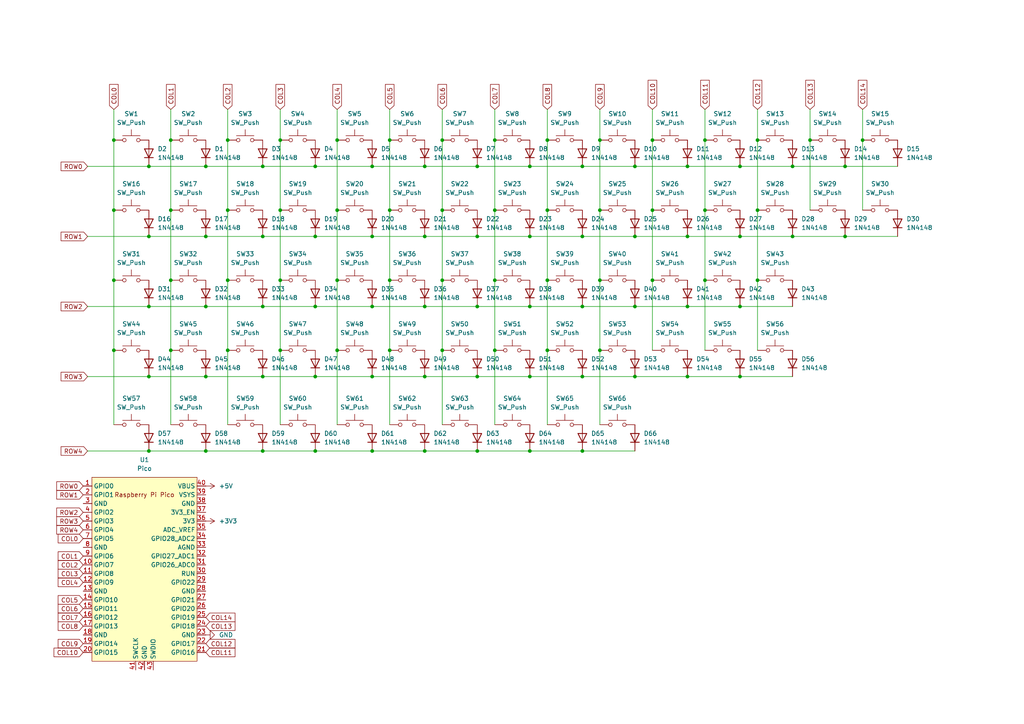
<source format=kicad_sch>
(kicad_sch (version 20250114) (generator "eeschema") (generator_version "9.0")
  (paper "A4")
  (junction (at 43.18 48.26))
  (junction (at 43.18 68.58))
  (junction (at 59.69 109.22))
  (junction (at 153.67 88.9))
  (junction (at 229.87 48.26))
  (junction (at 245.11 48.26))
  (junction (at 153.67 130.81))
  (junction (at 173.99 40.64))
  (junction (at 91.44 48.26))
  (junction (at 138.43 48.26))
  (junction (at 168.91 48.26))
  (junction (at 59.69 130.81))
  (junction (at 168.91 109.22))
  (junction (at 33.02 101.6))
  (junction (at 219.71 81.28))
  (junction (at 128.27 40.64))
  (junction (at 204.47 40.64))
  (junction (at 123.19 68.58))
  (junction (at 59.69 88.9))
  (junction (at 158.75 40.64))
  (junction (at 143.51 40.64))
  (junction (at 81.28 40.64))
  (junction (at 113.03 81.28))
  (junction (at 123.19 88.9))
  (junction (at 49.53 40.64))
  (junction (at 158.75 60.96))
  (junction (at 81.28 101.6))
  (junction (at 107.95 48.26))
  (junction (at 128.27 60.96))
  (junction (at 138.43 109.22))
  (junction (at 199.39 68.58))
  (junction (at 107.95 130.81))
  (junction (at 250.19 40.64))
  (junction (at 204.47 60.96))
  (junction (at 97.79 40.64))
  (junction (at 113.03 101.6))
  (junction (at 173.99 81.28))
  (junction (at 199.39 48.26))
  (junction (at 91.44 68.58))
  (junction (at 91.44 109.22))
  (junction (at 123.19 48.26))
  (junction (at 33.02 81.28))
  (junction (at 143.51 60.96))
  (junction (at 184.15 109.22))
  (junction (at 214.63 68.58))
  (junction (at 91.44 130.81))
  (junction (at 43.18 130.81))
  (junction (at 153.67 68.58))
  (junction (at 199.39 109.22))
  (junction (at 66.04 101.6))
  (junction (at 214.63 109.22))
  (junction (at 76.2 68.58))
  (junction (at 138.43 130.81))
  (junction (at 204.47 81.28))
  (junction (at 138.43 88.9))
  (junction (at 43.18 88.9))
  (junction (at 168.91 130.81))
  (junction (at 219.71 40.64))
  (junction (at 214.63 48.26))
  (junction (at 189.23 81.28))
  (junction (at 113.03 60.96))
  (junction (at 128.27 81.28))
  (junction (at 153.67 48.26))
  (junction (at 153.67 109.22))
  (junction (at 184.15 68.58))
  (junction (at 107.95 68.58))
  (junction (at 81.28 60.96))
  (junction (at 97.79 60.96))
  (junction (at 81.28 81.28))
  (junction (at 123.19 109.22))
  (junction (at 91.44 88.9))
  (junction (at 168.91 68.58))
  (junction (at 49.53 81.28))
  (junction (at 199.39 88.9))
  (junction (at 184.15 48.26))
  (junction (at 113.03 40.64))
  (junction (at 184.15 88.9))
  (junction (at 49.53 101.6))
  (junction (at 143.51 81.28))
  (junction (at 168.91 88.9))
  (junction (at 76.2 130.81))
  (junction (at 123.19 130.81))
  (junction (at 33.02 60.96))
  (junction (at 173.99 60.96))
  (junction (at 97.79 81.28))
  (junction (at 189.23 40.64))
  (junction (at 219.71 60.96))
  (junction (at 158.75 81.28))
  (junction (at 97.79 101.6))
  (junction (at 234.95 40.64))
  (junction (at 245.11 68.58))
  (junction (at 66.04 40.64))
  (junction (at 128.27 101.6))
  (junction (at 33.02 40.64))
  (junction (at 143.51 101.6))
  (junction (at 43.18 109.22))
  (junction (at 107.95 109.22))
  (junction (at 138.43 68.58))
  (junction (at 189.23 60.96))
  (junction (at 59.69 48.26))
  (junction (at 49.53 60.96))
  (junction (at 66.04 81.28))
  (junction (at 229.87 68.58))
  (junction (at 158.75 101.6))
  (junction (at 173.99 101.6))
  (junction (at 59.69 68.58))
  (junction (at 76.2 88.9))
  (junction (at 76.2 48.26))
  (junction (at 107.95 88.9))
  (junction (at 76.2 109.22))
  (junction (at 66.04 60.96))
  (junction (at 214.63 88.9))
  (wire (pts (xy 123.19 130.81) (xy 138.43 130.81)))
  (wire (pts (xy 113.03 40.64) (xy 113.03 60.96)))
  (wire (pts (xy 33.02 40.64) (xy 33.02 60.96)))
  (wire (pts (xy 173.99 40.64) (xy 173.99 60.96)))
  (wire (pts (xy 25.4 109.22) (xy 43.18 109.22)))
  (wire (pts (xy 128.27 31.75) (xy 128.27 40.64)))
  (wire (pts (xy 184.15 109.22) (xy 199.39 109.22)))
  (wire (pts (xy 33.02 101.6) (xy 33.02 123.19)))
  (wire (pts (xy 128.27 101.6) (xy 128.27 123.19)))
  (wire (pts (xy 128.27 81.28) (xy 128.27 101.6)))
  (wire (pts (xy 219.71 81.28) (xy 219.71 101.6)))
  (wire (pts (xy 138.43 68.58) (xy 153.67 68.58)))
  (wire (pts (xy 81.28 81.28) (xy 81.28 101.6)))
  (wire (pts (xy 219.71 31.75) (xy 219.71 40.64)))
  (wire (pts (xy 43.18 68.58) (xy 59.69 68.58)))
  (wire (pts (xy 245.11 48.26) (xy 260.35 48.26)))
  (wire (pts (xy 250.19 31.75) (xy 250.19 40.64)))
  (wire (pts (xy 91.44 88.9) (xy 107.95 88.9)))
  (wire (pts (xy 76.2 68.58) (xy 91.44 68.58)))
  (wire (pts (xy 91.44 109.22) (xy 107.95 109.22)))
  (wire (pts (xy 66.04 60.96) (xy 66.04 81.28)))
  (wire (pts (xy 138.43 109.22) (xy 153.67 109.22)))
  (wire (pts (xy 66.04 81.28) (xy 66.04 101.6)))
  (wire (pts (xy 123.19 109.22) (xy 138.43 109.22)))
  (wire (pts (xy 214.63 48.26) (xy 229.87 48.26)))
  (wire (pts (xy 138.43 88.9) (xy 153.67 88.9)))
  (wire (pts (xy 49.53 101.6) (xy 49.53 123.19)))
  (wire (pts (xy 59.69 88.9) (xy 76.2 88.9)))
  (wire (pts (xy 229.87 48.26) (xy 245.11 48.26)))
  (wire (pts (xy 219.71 60.96) (xy 219.71 81.28)))
  (wire (pts (xy 97.79 60.96) (xy 97.79 81.28)))
  (wire (pts (xy 66.04 101.6) (xy 66.04 123.19)))
  (wire (pts (xy 113.03 81.28) (xy 113.03 101.6)))
  (wire (pts (xy 229.87 68.58) (xy 245.11 68.58)))
  (wire (pts (xy 189.23 81.28) (xy 189.23 101.6)))
  (wire (pts (xy 59.69 48.26) (xy 76.2 48.26)))
  (wire (pts (xy 97.79 40.64) (xy 97.79 60.96)))
  (wire (pts (xy 143.51 101.6) (xy 143.51 123.19)))
  (wire (pts (xy 158.75 81.28) (xy 158.75 101.6)))
  (wire (pts (xy 189.23 60.96) (xy 189.23 81.28)))
  (wire (pts (xy 33.02 31.75) (xy 33.02 40.64)))
  (wire (pts (xy 199.39 109.22) (xy 214.63 109.22)))
  (wire (pts (xy 245.11 68.58) (xy 260.35 68.58)))
  (wire (pts (xy 204.47 31.75) (xy 204.47 40.64)))
  (wire (pts (xy 143.51 40.64) (xy 143.51 60.96)))
  (wire (pts (xy 173.99 81.28) (xy 173.99 101.6)))
  (wire (pts (xy 107.95 88.9) (xy 123.19 88.9)))
  (wire (pts (xy 173.99 31.75) (xy 173.99 40.64)))
  (wire (pts (xy 113.03 60.96) (xy 113.03 81.28)))
  (wire (pts (xy 81.28 60.96) (xy 81.28 81.28)))
  (wire (pts (xy 128.27 60.96) (xy 128.27 81.28)))
  (wire (pts (xy 143.51 60.96) (xy 143.51 81.28)))
  (wire (pts (xy 153.67 130.81) (xy 168.91 130.81)))
  (wire (pts (xy 168.91 130.81) (xy 184.15 130.81)))
  (wire (pts (xy 214.63 88.9) (xy 229.87 88.9)))
  (wire (pts (xy 153.67 68.58) (xy 168.91 68.58)))
  (wire (pts (xy 214.63 109.22) (xy 229.87 109.22)))
  (wire (pts (xy 143.51 31.75) (xy 143.51 40.64)))
  (wire (pts (xy 76.2 130.81) (xy 91.44 130.81)))
  (wire (pts (xy 107.95 68.58) (xy 123.19 68.58)))
  (wire (pts (xy 168.91 68.58) (xy 184.15 68.58)))
  (wire (pts (xy 138.43 130.81) (xy 153.67 130.81)))
  (wire (pts (xy 158.75 40.64) (xy 158.75 60.96)))
  (wire (pts (xy 25.4 88.9) (xy 43.18 88.9)))
  (wire (pts (xy 81.28 101.6) (xy 81.28 123.19)))
  (wire (pts (xy 25.4 130.81) (xy 43.18 130.81)))
  (wire (pts (xy 168.91 88.9) (xy 184.15 88.9)))
  (wire (pts (xy 153.67 109.22) (xy 168.91 109.22)))
  (wire (pts (xy 25.4 48.26) (xy 43.18 48.26)))
  (wire (pts (xy 173.99 60.96) (xy 173.99 81.28)))
  (wire (pts (xy 76.2 48.26) (xy 91.44 48.26)))
  (wire (pts (xy 123.19 48.26) (xy 138.43 48.26)))
  (wire (pts (xy 153.67 48.26) (xy 168.91 48.26)))
  (wire (pts (xy 184.15 88.9) (xy 199.39 88.9)))
  (wire (pts (xy 49.53 81.28) (xy 49.53 101.6)))
  (wire (pts (xy 138.43 48.26) (xy 153.67 48.26)))
  (wire (pts (xy 66.04 31.75) (xy 66.04 40.64)))
  (wire (pts (xy 234.95 31.75) (xy 234.95 40.64)))
  (wire (pts (xy 204.47 81.28) (xy 204.47 101.6)))
  (wire (pts (xy 59.69 109.22) (xy 76.2 109.22)))
  (wire (pts (xy 49.53 31.75) (xy 49.53 40.64)))
  (wire (pts (xy 113.03 101.6) (xy 113.03 123.19)))
  (wire (pts (xy 59.69 130.81) (xy 76.2 130.81)))
  (wire (pts (xy 33.02 81.28) (xy 33.02 101.6)))
  (wire (pts (xy 43.18 130.81) (xy 59.69 130.81)))
  (wire (pts (xy 168.91 48.26) (xy 184.15 48.26)))
  (wire (pts (xy 43.18 109.22) (xy 59.69 109.22)))
  (wire (pts (xy 158.75 101.6) (xy 158.75 123.19)))
  (wire (pts (xy 91.44 68.58) (xy 107.95 68.58)))
  (wire (pts (xy 91.44 130.81) (xy 107.95 130.81)))
  (wire (pts (xy 204.47 40.64) (xy 204.47 60.96)))
  (wire (pts (xy 158.75 60.96) (xy 158.75 81.28)))
  (wire (pts (xy 219.71 40.64) (xy 219.71 60.96)))
  (wire (pts (xy 123.19 68.58) (xy 138.43 68.58)))
  (wire (pts (xy 173.99 101.6) (xy 173.99 123.19)))
  (wire (pts (xy 168.91 109.22) (xy 184.15 109.22)))
  (wire (pts (xy 199.39 68.58) (xy 214.63 68.58)))
  (wire (pts (xy 234.95 40.64) (xy 234.95 60.96)))
  (wire (pts (xy 153.67 88.9) (xy 168.91 88.9)))
  (wire (pts (xy 107.95 109.22) (xy 123.19 109.22)))
  (wire (pts (xy 113.03 31.75) (xy 113.03 40.64)))
  (wire (pts (xy 189.23 31.75) (xy 189.23 40.64)))
  (wire (pts (xy 199.39 88.9) (xy 214.63 88.9)))
  (wire (pts (xy 59.69 68.58) (xy 76.2 68.58)))
  (wire (pts (xy 107.95 130.81) (xy 123.19 130.81)))
  (wire (pts (xy 184.15 68.58) (xy 199.39 68.58)))
  (wire (pts (xy 189.23 40.64) (xy 189.23 60.96)))
  (wire (pts (xy 81.28 40.64) (xy 81.28 60.96)))
  (wire (pts (xy 66.04 40.64) (xy 66.04 60.96)))
  (wire (pts (xy 33.02 60.96) (xy 33.02 81.28)))
  (wire (pts (xy 128.27 40.64) (xy 128.27 60.96)))
  (wire (pts (xy 107.95 48.26) (xy 123.19 48.26)))
  (wire (pts (xy 97.79 31.75) (xy 97.79 40.64)))
  (wire (pts (xy 250.19 40.64) (xy 250.19 60.96)))
  (wire (pts (xy 143.51 81.28) (xy 143.51 101.6)))
  (wire (pts (xy 76.2 88.9) (xy 91.44 88.9)))
  (wire (pts (xy 91.44 48.26) (xy 107.95 48.26)))
  (wire (pts (xy 97.79 101.6) (xy 97.79 123.19)))
  (wire (pts (xy 158.75 31.75) (xy 158.75 40.64)))
  (wire (pts (xy 199.39 48.26) (xy 214.63 48.26)))
  (wire (pts (xy 43.18 88.9) (xy 59.69 88.9)))
  (wire (pts (xy 25.4 68.58) (xy 43.18 68.58)))
  (wire (pts (xy 214.63 68.58) (xy 229.87 68.58)))
  (wire (pts (xy 43.18 48.26) (xy 59.69 48.26)))
  (wire (pts (xy 184.15 48.26) (xy 199.39 48.26)))
  (wire (pts (xy 97.79 81.28) (xy 97.79 101.6)))
  (wire (pts (xy 204.47 60.96) (xy 204.47 81.28)))
  (wire (pts (xy 123.19 88.9) (xy 138.43 88.9)))
  (wire (pts (xy 76.2 109.22) (xy 91.44 109.22)))
  (wire (pts (xy 49.53 40.64) (xy 49.53 60.96)))
  (wire (pts (xy 49.53 60.96) (xy 49.53 81.28)))
  (wire (pts (xy 81.28 31.75) (xy 81.28 40.64)))
  (global_label "COL1" (shape input) (at 49.53 31.75 90) (property "Intersheetrefs" "${INTERSHEET_REFS}" (effects (hide yes))))
  (global_label "ROW3" (shape input) (at 25.4 109.22 180) (property "Intersheetrefs" "${INTERSHEET_REFS}" (effects (hide yes))))
  (global_label "COL12" (shape input) (at 59.69 186.69 0) (property "Intersheetrefs" "${INTERSHEET_REFS}" (effects (hide yes))))
  (global_label "COL8" (shape input) (at 158.75 31.75 90) (property "Intersheetrefs" "${INTERSHEET_REFS}" (effects (hide yes))))
  (global_label "ROW2" (shape input) (at 24.13 148.59 180) (property "Intersheetrefs" "${INTERSHEET_REFS}" (effects (hide yes))))
  (global_label "COL8" (shape input) (at 24.13 181.61 180) (property "Intersheetrefs" "${INTERSHEET_REFS}" (effects (hide yes))))
  (global_label "COL10" (shape input) (at 189.23 31.75 90) (property "Intersheetrefs" "${INTERSHEET_REFS}" (effects (hide yes))))
  (global_label "COL13" (shape input) (at 59.69 181.61 0) (property "Intersheetrefs" "${INTERSHEET_REFS}" (effects (hide yes))))
  (global_label "COL13" (shape input) (at 234.95 31.75 90) (property "Intersheetrefs" "${INTERSHEET_REFS}" (effects (hide yes))))
  (global_label "COL9" (shape input) (at 173.99 31.75 90) (property "Intersheetrefs" "${INTERSHEET_REFS}" (effects (hide yes))))
  (global_label "COL2" (shape input) (at 66.04 31.75 90) (property "Intersheetrefs" "${INTERSHEET_REFS}" (effects (hide yes))))
  (global_label "COL14" (shape input) (at 59.69 179.07 0) (property "Intersheetrefs" "${INTERSHEET_REFS}" (effects (hide yes))))
  (global_label "COL0" (shape input) (at 24.13 156.21 180) (property "Intersheetrefs" "${INTERSHEET_REFS}" (effects (hide yes))))
  (global_label "ROW4" (shape input) (at 25.4 130.81 180) (property "Intersheetrefs" "${INTERSHEET_REFS}" (effects (hide yes))))
  (global_label "COL6" (shape input) (at 128.27 31.75 90) (property "Intersheetrefs" "${INTERSHEET_REFS}" (effects (hide yes))))
  (global_label "COL10" (shape input) (at 24.13 189.23 180) (property "Intersheetrefs" "${INTERSHEET_REFS}" (effects (hide yes))))
  (global_label "COL12" (shape input) (at 219.71 31.75 90) (property "Intersheetrefs" "${INTERSHEET_REFS}" (effects (hide yes))))
  (global_label "COL1" (shape input) (at 24.13 161.29 180) (property "Intersheetrefs" "${INTERSHEET_REFS}" (effects (hide yes))))
  (global_label "COL11" (shape input) (at 204.47 31.75 90) (property "Intersheetrefs" "${INTERSHEET_REFS}" (effects (hide yes))))
  (global_label "COL5" (shape input) (at 113.03 31.75 90) (property "Intersheetrefs" "${INTERSHEET_REFS}" (effects (hide yes))))
  (global_label "COL14" (shape input) (at 250.19 31.75 90) (property "Intersheetrefs" "${INTERSHEET_REFS}" (effects (hide yes))))
  (global_label "COL3" (shape input) (at 81.28 31.75 90) (property "Intersheetrefs" "${INTERSHEET_REFS}" (effects (hide yes))))
  (global_label "COL5" (shape input) (at 24.13 173.99 180) (property "Intersheetrefs" "${INTERSHEET_REFS}" (effects (hide yes))))
  (global_label "ROW1" (shape input) (at 25.4 68.58 180) (property "Intersheetrefs" "${INTERSHEET_REFS}" (effects (hide yes))))
  (global_label "ROW2" (shape input) (at 25.4 88.9 180) (property "Intersheetrefs" "${INTERSHEET_REFS}" (effects (hide yes))))
  (global_label "COL9" (shape input) (at 24.13 186.69 180) (property "Intersheetrefs" "${INTERSHEET_REFS}" (effects (hide yes))))
  (global_label "ROW0" (shape input) (at 25.4 48.26 180) (property "Intersheetrefs" "${INTERSHEET_REFS}" (effects (hide yes))))
  (global_label "ROW1" (shape input) (at 24.13 143.51 180) (property "Intersheetrefs" "${INTERSHEET_REFS}" (effects (hide yes))))
  (global_label "ROW4" (shape input) (at 24.13 153.67 180) (property "Intersheetrefs" "${INTERSHEET_REFS}" (effects (hide yes))))
  (global_label "COL4" (shape input) (at 97.79 31.75 90) (property "Intersheetrefs" "${INTERSHEET_REFS}" (effects (hide yes))))
  (global_label "COL2" (shape input) (at 24.13 163.83 180) (property "Intersheetrefs" "${INTERSHEET_REFS}" (effects (hide yes))))
  (global_label "COL0" (shape input) (at 33.02 31.75 90) (property "Intersheetrefs" "${INTERSHEET_REFS}" (effects (hide yes))))
  (global_label "ROW3" (shape input) (at 24.13 151.13 180) (property "Intersheetrefs" "${INTERSHEET_REFS}" (effects (hide yes))))
  (global_label "COL11" (shape input) (at 59.69 189.23 0) (property "Intersheetrefs" "${INTERSHEET_REFS}" (effects (hide yes))))
  (global_label "COL6" (shape input) (at 24.13 176.53 180) (property "Intersheetrefs" "${INTERSHEET_REFS}" (effects (hide yes))))
  (global_label "COL7" (shape input) (at 143.51 31.75 90) (property "Intersheetrefs" "${INTERSHEET_REFS}" (effects (hide yes))))
  (global_label "ROW0" (shape input) (at 24.13 140.97 180) (property "Intersheetrefs" "${INTERSHEET_REFS}" (effects (hide yes))))
  (global_label "COL7" (shape input) (at 24.13 179.07 180) (property "Intersheetrefs" "${INTERSHEET_REFS}" (effects (hide yes))))
  (global_label "COL3" (shape input) (at 24.13 166.37 180) (property "Intersheetrefs" "${INTERSHEET_REFS}" (effects (hide yes))))
  (global_label "COL4" (shape input) (at 24.13 168.91 180) (property "Intersheetrefs" "${INTERSHEET_REFS}" (effects (hide yes))))
  (symbol (lib_id "Diode:1N4148") (at 76.2 64.77 90) (unit 1)
    (property "Reference" "D18" (at 78.74 63.4999 90) (effects (justify right)))
    (property "Value" "1N4148" (at 78.74 66.0399 90) (effects (justify right)))
    (property "Footprint" "Diode_THT:D_DO-35_SOD27_P7.62mm_Horizontal" (effects (hide yes)))
    (property "Datasheet" "https://assets.nexperia.com/documents/data-sheet/1N4148_1N4448.pdf" (effects (hide yes)))
    (property "Description" "100V 0.15A standard switching diode, DO-35" (effects (hide yes)))
    (property "Sim.Device" "D" (effects (hide yes)))
    (property "Sim.Pins" "1=K 2=A" (effects (hide yes)))
  )
  (symbol (lib_id "Diode:1N4148") (at 59.69 105.41 90) (unit 1)
    (property "Reference" "D45" (at 62.23 104.1399 90) (effects (justify right)))
    (property "Value" "1N4148" (at 62.23 106.6799 90) (effects (justify right)))
    (property "Footprint" "Diode_THT:D_DO-35_SOD27_P7.62mm_Horizontal" (effects (hide yes)))
    (property "Datasheet" "https://assets.nexperia.com/documents/data-sheet/1N4148_1N4448.pdf" (effects (hide yes)))
    (property "Description" "100V 0.15A standard switching diode, DO-35" (effects (hide yes)))
    (property "Sim.Device" "D" (effects (hide yes)))
    (property "Sim.Pins" "1=K 2=A" (effects (hide yes)))
  )
  (symbol (lib_id "Switch:SW_Push") (at 209.55 101.6 0) (unit 1)
    (property "Reference" "SW55" (at 209.55 93.98 0))
    (property "Value" "SW_Push" (at 209.55 96.52 0))
    (property "Footprint" "MX_Solderable:MX-Solderable-2.25U" (effects (hide yes)))
    (property "Description" "Push button switch, generic, two pins" (effects (hide yes)))
  )
  (symbol (lib_id "Switch:SW_Push") (at 224.79 40.64 0) (unit 1)
    (property "Reference" "SW13" (at 224.79 33.02 0))
    (property "Value" "SW_Push" (at 224.79 35.56 0))
    (property "Footprint" "MX_Solderable:MX-Solderable-1U" (effects (hide yes)))
    (property "Description" "Push button switch, generic, two pins" (effects (hide yes)))
  )
  (symbol (lib_id "Diode:1N4148") (at 59.69 64.77 90) (unit 1)
    (property "Reference" "D17" (at 62.23 63.4999 90) (effects (justify right)))
    (property "Value" "1N4148" (at 62.23 66.0399 90) (effects (justify right)))
    (property "Footprint" "Diode_THT:D_DO-35_SOD27_P7.62mm_Horizontal" (effects (hide yes)))
    (property "Datasheet" "https://assets.nexperia.com/documents/data-sheet/1N4148_1N4448.pdf" (effects (hide yes)))
    (property "Description" "100V 0.15A standard switching diode, DO-35" (effects (hide yes)))
    (property "Sim.Device" "D" (effects (hide yes)))
    (property "Sim.Pins" "1=K 2=A" (effects (hide yes)))
  )
  (symbol (lib_id "Switch:SW_Push") (at 179.07 40.64 0) (unit 1)
    (property "Reference" "SW10" (at 179.07 33.02 0))
    (property "Value" "SW_Push" (at 179.07 35.56 0))
    (property "Footprint" "MX_Solderable:MX-Solderable-1U" (effects (hide yes)))
    (property "Description" "Push button switch, generic, two pins" (effects (hide yes)))
  )
  (symbol (lib_id "Switch:SW_Push") (at 133.35 123.19 0) (unit 1)
    (property "Reference" "SW63" (at 133.35 115.57 0))
    (property "Value" "SW_Push" (at 133.35 118.11 0))
    (property "Footprint" "MX_Solderable:MX-Solderable-1.25U" (effects (hide yes)))
    (property "Description" "Push button switch, generic, two pins" (effects (hide yes)))
  )
  (symbol (lib_id "Switch:SW_Push") (at 194.31 40.64 0) (unit 1)
    (property "Reference" "SW11" (at 194.31 33.02 0))
    (property "Value" "SW_Push" (at 194.31 35.56 0))
    (property "Footprint" "MX_Solderable:MX-Solderable-1U" (effects (hide yes)))
    (property "Description" "Push button switch, generic, two pins" (effects (hide yes)))
  )
  (symbol (lib_id "Switch:SW_Push") (at 224.79 60.96 0) (unit 1)
    (property "Reference" "SW28" (at 224.79 53.34 0))
    (property "Value" "SW_Push" (at 224.79 55.88 0))
    (property "Footprint" "MX_Solderable:MX-Solderable-1U" (effects (hide yes)))
    (property "Description" "Push button switch, generic, two pins" (effects (hide yes)))
  )
  (symbol (lib_id "Switch:SW_Push") (at 163.83 40.64 0) (unit 1)
    (property "Reference" "SW9" (at 163.83 33.02 0))
    (property "Value" "SW_Push" (at 163.83 35.56 0))
    (property "Footprint" "MX_Solderable:MX-Solderable-1U" (effects (hide yes)))
    (property "Description" "Push button switch, generic, two pins" (effects (hide yes)))
  )
  (symbol (lib_id "Switch:SW_Push") (at 224.79 81.28 0) (unit 1)
    (property "Reference" "SW43" (at 224.79 73.66 0))
    (property "Value" "SW_Push" (at 224.79 76.2 0))
    (property "Footprint" "MX_Solderable:MX-Solderable-2.25U" (effects (hide yes)))
    (property "Description" "Push button switch, generic, two pins" (effects (hide yes)))
  )
  (symbol (lib_id "Diode:1N4148") (at 107.95 105.41 90) (unit 1)
    (property "Reference" "D48" (at 110.49 104.1399 90) (effects (justify right)))
    (property "Value" "1N4148" (at 110.49 106.6799 90) (effects (justify right)))
    (property "Footprint" "Diode_THT:D_DO-35_SOD27_P7.62mm_Horizontal" (effects (hide yes)))
    (property "Datasheet" "https://assets.nexperia.com/documents/data-sheet/1N4148_1N4448.pdf" (effects (hide yes)))
    (property "Description" "100V 0.15A standard switching diode, DO-35" (effects (hide yes)))
    (property "Sim.Device" "D" (effects (hide yes)))
    (property "Sim.Pins" "1=K 2=A" (effects (hide yes)))
  )
  (symbol (lib_id "Switch:SW_Push") (at 163.83 81.28 0) (unit 1)
    (property "Reference" "SW39" (at 163.83 73.66 0))
    (property "Value" "SW_Push" (at 163.83 76.2 0))
    (property "Footprint" "MX_Solderable:MX-Solderable-1U" (effects (hide yes)))
    (property "Description" "Push button switch, generic, two pins" (effects (hide yes)))
  )
  (symbol (lib_id "Switch:SW_Push") (at 118.11 40.64 0) (unit 1)
    (property "Reference" "SW6" (at 118.11 33.02 0))
    (property "Value" "SW_Push" (at 118.11 35.56 0))
    (property "Footprint" "MX_Solderable:MX-Solderable-1U" (effects (hide yes)))
    (property "Description" "Push button switch, generic, two pins" (effects (hide yes)))
  )
  (symbol (lib_id "Diode:1N4148") (at 184.15 105.41 90) (unit 1)
    (property "Reference" "D53" (at 186.69 104.1399 90) (effects (justify right)))
    (property "Value" "1N4148" (at 186.69 106.6799 90) (effects (justify right)))
    (property "Footprint" "Diode_THT:D_DO-35_SOD27_P7.62mm_Horizontal" (effects (hide yes)))
    (property "Datasheet" "https://assets.nexperia.com/documents/data-sheet/1N4148_1N4448.pdf" (effects (hide yes)))
    (property "Description" "100V 0.15A standard switching diode, DO-35" (effects (hide yes)))
    (property "Sim.Device" "D" (effects (hide yes)))
    (property "Sim.Pins" "1=K 2=A" (effects (hide yes)))
  )
  (symbol (lib_id "Switch:SW_Push") (at 148.59 81.28 0) (unit 1)
    (property "Reference" "SW38" (at 148.59 73.66 0))
    (property "Value" "SW_Push" (at 148.59 76.2 0))
    (property "Footprint" "MX_Solderable:MX-Solderable-1U" (effects (hide yes)))
    (property "Description" "Push button switch, generic, two pins" (effects (hide yes)))
  )
  (symbol (lib_id "Diode:1N4148") (at 199.39 44.45 90) (unit 1)
    (property "Reference" "D11" (at 201.93 43.1799 90) (effects (justify right)))
    (property "Value" "1N4148" (at 201.93 45.7199 90) (effects (justify right)))
    (property "Footprint" "Diode_THT:D_DO-35_SOD27_P7.62mm_Horizontal" (effects (hide yes)))
    (property "Datasheet" "https://assets.nexperia.com/documents/data-sheet/1N4148_1N4448.pdf" (effects (hide yes)))
    (property "Description" "100V 0.15A standard switching diode, DO-35" (effects (hide yes)))
    (property "Sim.Device" "D" (effects (hide yes)))
    (property "Sim.Pins" "1=K 2=A" (effects (hide yes)))
  )
  (symbol (lib_id "Diode:1N4148") (at 107.95 85.09 90) (unit 1)
    (property "Reference" "D35" (at 110.49 83.8199 90) (effects (justify right)))
    (property "Value" "1N4148" (at 110.49 86.3599 90) (effects (justify right)))
    (property "Footprint" "Diode_THT:D_DO-35_SOD27_P7.62mm_Horizontal" (effects (hide yes)))
    (property "Datasheet" "https://assets.nexperia.com/documents/data-sheet/1N4148_1N4448.pdf" (effects (hide yes)))
    (property "Description" "100V 0.15A standard switching diode, DO-35" (effects (hide yes)))
    (property "Sim.Device" "D" (effects (hide yes)))
    (property "Sim.Pins" "1=K 2=A" (effects (hide yes)))
  )
  (symbol (lib_id "Switch:SW_Push") (at 255.27 40.64 0) (unit 1)
    (property "Reference" "SW15" (at 255.27 33.02 0))
    (property "Value" "SW_Push" (at 255.27 35.56 0))
    (property "Footprint" "MX_Solderable:MX-Solderable-1U" (effects (hide yes)))
    (property "Description" "Push button switch, generic, two pins" (effects (hide yes)))
  )
  (symbol (lib_id "Diode:1N4148") (at 43.18 85.09 90) (unit 1)
    (property "Reference" "D31" (at 45.72 83.8199 90) (effects (justify right)))
    (property "Value" "1N4148" (at 45.72 86.3599 90) (effects (justify right)))
    (property "Footprint" "Diode_THT:D_DO-35_SOD27_P7.62mm_Horizontal" (effects (hide yes)))
    (property "Datasheet" "https://assets.nexperia.com/documents/data-sheet/1N4148_1N4448.pdf" (effects (hide yes)))
    (property "Description" "100V 0.15A standard switching diode, DO-35" (effects (hide yes)))
    (property "Sim.Device" "D" (effects (hide yes)))
    (property "Sim.Pins" "1=K 2=A" (effects (hide yes)))
  )
  (symbol (lib_id "Diode:1N4148") (at 199.39 85.09 90) (unit 1)
    (property "Reference" "D41" (at 201.93 83.8199 90) (effects (justify right)))
    (property "Value" "1N4148" (at 201.93 86.3599 90) (effects (justify right)))
    (property "Footprint" "Diode_THT:D_DO-35_SOD27_P7.62mm_Horizontal" (effects (hide yes)))
    (property "Datasheet" "https://assets.nexperia.com/documents/data-sheet/1N4148_1N4448.pdf" (effects (hide yes)))
    (property "Description" "100V 0.15A standard switching diode, DO-35" (effects (hide yes)))
    (property "Sim.Device" "D" (effects (hide yes)))
    (property "Sim.Pins" "1=K 2=A" (effects (hide yes)))
  )
  (symbol (lib_id "Switch:SW_Push") (at 86.36 101.6 0) (unit 1)
    (property "Reference" "SW47" (at 86.36 93.98 0))
    (property "Value" "SW_Push" (at 86.36 96.52 0))
    (property "Footprint" "MX_Solderable:MX-Solderable-1U" (effects (hide yes)))
    (property "Description" "Push button switch, generic, two pins" (effects (hide yes)))
  )
  (symbol (lib_id "Switch:SW_Push") (at 54.61 40.64 0) (unit 1)
    (property "Reference" "SW2" (at 54.61 33.02 0))
    (property "Value" "SW_Push" (at 54.61 35.56 0))
    (property "Footprint" "MX_Solderable:MX-Solderable-1U" (effects (hide yes)))
    (property "Description" "Push button switch, generic, two pins" (effects (hide yes)))
  )
  (symbol (lib_id "Switch:SW_Push") (at 179.07 81.28 0) (unit 1)
    (property "Reference" "SW40" (at 179.07 73.66 0))
    (property "Value" "SW_Push" (at 179.07 76.2 0))
    (property "Footprint" "MX_Solderable:MX-Solderable-1U" (effects (hide yes)))
    (property "Description" "Push button switch, generic, two pins" (effects (hide yes)))
  )
  (symbol (lib_id "Switch:SW_Push") (at 163.83 60.96 0) (unit 1)
    (property "Reference" "SW24" (at 163.83 53.34 0))
    (property "Value" "SW_Push" (at 163.83 55.88 0))
    (property "Footprint" "MX_Solderable:MX-Solderable-1U" (effects (hide yes)))
    (property "Description" "Push button switch, generic, two pins" (effects (hide yes)))
  )
  (symbol (lib_id "Diode:1N4148") (at 138.43 127 90) (unit 1)
    (property "Reference" "D63" (at 140.97 125.7299 90) (effects (justify right)))
    (property "Value" "1N4148" (at 140.97 128.2699 90) (effects (justify right)))
    (property "Footprint" "Diode_THT:D_DO-35_SOD27_P7.62mm_Horizontal" (effects (hide yes)))
    (property "Datasheet" "https://assets.nexperia.com/documents/data-sheet/1N4148_1N4448.pdf" (effects (hide yes)))
    (property "Description" "100V 0.15A standard switching diode, DO-35" (effects (hide yes)))
    (property "Sim.Device" "D" (effects (hide yes)))
    (property "Sim.Pins" "1=K 2=A" (effects (hide yes)))
  )
  (symbol (lib_id "Switch:SW_Push") (at 240.03 60.96 0) (unit 1)
    (property "Reference" "SW29" (at 240.03 53.34 0))
    (property "Value" "SW_Push" (at 240.03 55.88 0))
    (property "Footprint" "MX_Solderable:MX-Solderable-1.5U" (effects (hide yes)))
    (property "Description" "Push button switch, generic, two pins" (effects (hide yes)))
  )
  (symbol (lib_id "Switch:SW_Push") (at 194.31 81.28 0) (unit 1)
    (property "Reference" "SW41" (at 194.31 73.66 0))
    (property "Value" "SW_Push" (at 194.31 76.2 0))
    (property "Footprint" "MX_Solderable:MX-Solderable-1U" (effects (hide yes)))
    (property "Description" "Push button switch, generic, two pins" (effects (hide yes)))
  )
  (symbol (lib_id "Diode:1N4148") (at 184.15 64.77 90) (unit 1)
    (property "Reference" "D25" (at 186.69 63.4999 90) (effects (justify right)))
    (property "Value" "1N4148" (at 186.69 66.0399 90) (effects (justify right)))
    (property "Footprint" "Diode_THT:D_DO-35_SOD27_P7.62mm_Horizontal" (effects (hide yes)))
    (property "Datasheet" "https://assets.nexperia.com/documents/data-sheet/1N4148_1N4448.pdf" (effects (hide yes)))
    (property "Description" "100V 0.15A standard switching diode, DO-35" (effects (hide yes)))
    (property "Sim.Device" "D" (effects (hide yes)))
    (property "Sim.Pins" "1=K 2=A" (effects (hide yes)))
  )
  (symbol (lib_id "Diode:1N4148") (at 229.87 44.45 90) (unit 1)
    (property "Reference" "D13" (at 232.41 43.1799 90) (effects (justify right)))
    (property "Value" "1N4148" (at 232.41 45.7199 90) (effects (justify right)))
    (property "Footprint" "Diode_THT:D_DO-35_SOD27_P7.62mm_Horizontal" (effects (hide yes)))
    (property "Datasheet" "https://assets.nexperia.com/documents/data-sheet/1N4148_1N4448.pdf" (effects (hide yes)))
    (property "Description" "100V 0.15A standard switching diode, DO-35" (effects (hide yes)))
    (property "Sim.Device" "D" (effects (hide yes)))
    (property "Sim.Pins" "1=K 2=A" (effects (hide yes)))
  )
  (symbol (lib_id "Diode:1N4148") (at 43.18 64.77 90) (unit 1)
    (property "Reference" "D16" (at 45.72 63.4999 90) (effects (justify right)))
    (property "Value" "1N4148" (at 45.72 66.0399 90) (effects (justify right)))
    (property "Footprint" "Diode_THT:D_DO-35_SOD27_P7.62mm_Horizontal" (effects (hide yes)))
    (property "Datasheet" "https://assets.nexperia.com/documents/data-sheet/1N4148_1N4448.pdf" (effects (hide yes)))
    (property "Description" "100V 0.15A standard switching diode, DO-35" (effects (hide yes)))
    (property "Sim.Device" "D" (effects (hide yes)))
    (property "Sim.Pins" "1=K 2=A" (effects (hide yes)))
  )
  (symbol (lib_id "Diode:1N4148") (at 59.69 127 90) (unit 1)
    (property "Reference" "D58" (at 62.23 125.7299 90) (effects (justify right)))
    (property "Value" "1N4148" (at 62.23 128.2699 90) (effects (justify right)))
    (property "Footprint" "Diode_THT:D_DO-35_SOD27_P7.62mm_Horizontal" (effects (hide yes)))
    (property "Datasheet" "https://assets.nexperia.com/documents/data-sheet/1N4148_1N4448.pdf" (effects (hide yes)))
    (property "Description" "100V 0.15A standard switching diode, DO-35" (effects (hide yes)))
    (property "Sim.Device" "D" (effects (hide yes)))
    (property "Sim.Pins" "1=K 2=A" (effects (hide yes)))
  )
  (symbol (lib_id "Diode:1N4148") (at 214.63 105.41 90) (unit 1)
    (property "Reference" "D55" (at 217.17 104.1399 90) (effects (justify right)))
    (property "Value" "1N4148" (at 217.17 106.6799 90) (effects (justify right)))
    (property "Footprint" "Diode_THT:D_DO-35_SOD27_P7.62mm_Horizontal" (effects (hide yes)))
    (property "Datasheet" "https://assets.nexperia.com/documents/data-sheet/1N4148_1N4448.pdf" (effects (hide yes)))
    (property "Description" "100V 0.15A standard switching diode, DO-35" (effects (hide yes)))
    (property "Sim.Device" "D" (effects (hide yes)))
    (property "Sim.Pins" "1=K 2=A" (effects (hide yes)))
  )
  (symbol (lib_id "Switch:SW_Push") (at 194.31 101.6 0) (unit 1)
    (property "Reference" "SW54" (at 194.31 93.98 0))
    (property "Value" "SW_Push" (at 194.31 96.52 0))
    (property "Footprint" "MX_Solderable:MX-Solderable-1U" (effects (hide yes)))
    (property "Description" "Push button switch, generic, two pins" (effects (hide yes)))
  )
  (symbol (lib_id "Switch:SW_Push") (at 86.36 40.64 0) (unit 1)
    (property "Reference" "SW4" (at 86.36 33.02 0))
    (property "Value" "SW_Push" (at 86.36 35.56 0))
    (property "Footprint" "MX_Solderable:MX-Solderable-1U" (effects (hide yes)))
    (property "Description" "Push button switch, generic, two pins" (effects (hide yes)))
  )
  (symbol (lib_id "Diode:1N4148") (at 76.2 85.09 90) (unit 1)
    (property "Reference" "D33" (at 78.74 83.8199 90) (effects (justify right)))
    (property "Value" "1N4148" (at 78.74 86.3599 90) (effects (justify right)))
    (property "Footprint" "Diode_THT:D_DO-35_SOD27_P7.62mm_Horizontal" (effects (hide yes)))
    (property "Datasheet" "https://assets.nexperia.com/documents/data-sheet/1N4148_1N4448.pdf" (effects (hide yes)))
    (property "Description" "100V 0.15A standard switching diode, DO-35" (effects (hide yes)))
    (property "Sim.Device" "D" (effects (hide yes)))
    (property "Sim.Pins" "1=K 2=A" (effects (hide yes)))
  )
  (symbol (lib_id "Switch:SW_Push") (at 118.11 81.28 0) (unit 1)
    (property "Reference" "SW36" (at 118.11 73.66 0))
    (property "Value" "SW_Push" (at 118.11 76.2 0))
    (property "Footprint" "MX_Solderable:MX-Solderable-1U" (effects (hide yes)))
    (property "Description" "Push button switch, generic, two pins" (effects (hide yes)))
  )
  (symbol (lib_id "Diode:1N4148") (at 229.87 85.09 90) (unit 1)
    (property "Reference" "D43" (at 232.41 83.8199 90) (effects (justify right)))
    (property "Value" "1N4148" (at 232.41 86.3599 90) (effects (justify right)))
    (property "Footprint" "Diode_THT:D_DO-35_SOD27_P7.62mm_Horizontal" (effects (hide yes)))
    (property "Datasheet" "https://assets.nexperia.com/documents/data-sheet/1N4148_1N4448.pdf" (effects (hide yes)))
    (property "Description" "100V 0.15A standard switching diode, DO-35" (effects (hide yes)))
    (property "Sim.Device" "D" (effects (hide yes)))
    (property "Sim.Pins" "1=K 2=A" (effects (hide yes)))
  )
  (symbol (lib_id "Diode:1N4148") (at 168.91 105.41 90) (unit 1)
    (property "Reference" "D52" (at 171.45 104.1399 90) (effects (justify right)))
    (property "Value" "1N4148" (at 171.45 106.6799 90) (effects (justify right)))
    (property "Footprint" "Diode_THT:D_DO-35_SOD27_P7.62mm_Horizontal" (effects (hide yes)))
    (property "Datasheet" "https://assets.nexperia.com/documents/data-sheet/1N4148_1N4448.pdf" (effects (hide yes)))
    (property "Description" "100V 0.15A standard switching diode, DO-35" (effects (hide yes)))
    (property "Sim.Device" "D" (effects (hide yes)))
    (property "Sim.Pins" "1=K 2=A" (effects (hide yes)))
  )
  (symbol (lib_id "Switch:SW_Push") (at 38.1 123.19 0) (unit 1)
    (property "Reference" "SW57" (at 38.1 115.57 0))
    (property "Value" "SW_Push" (at 38.1 118.11 0))
    (property "Footprint" "MX_Solderable:MX-Solderable-1.25U" (effects (hide yes)))
    (property "Description" "Push button switch, generic, two pins" (effects (hide yes)))
  )
  (symbol (lib_id "Diode:1N4148") (at 245.11 44.45 90) (unit 1)
    (property "Reference" "D14" (at 247.65 43.1799 90) (effects (justify right)))
    (property "Value" "1N4148" (at 247.65 45.7199 90) (effects (justify right)))
    (property "Footprint" "Diode_THT:D_DO-35_SOD27_P7.62mm_Horizontal" (effects (hide yes)))
    (property "Datasheet" "https://assets.nexperia.com/documents/data-sheet/1N4148_1N4448.pdf" (effects (hide yes)))
    (property "Description" "100V 0.15A standard switching diode, DO-35" (effects (hide yes)))
    (property "Sim.Device" "D" (effects (hide yes)))
    (property "Sim.Pins" "1=K 2=A" (effects (hide yes)))
  )
  (symbol (lib_id "Switch:SW_Push") (at 163.83 101.6 0) (unit 1)
    (property "Reference" "SW52" (at 163.83 93.98 0))
    (property "Value" "SW_Push" (at 163.83 96.52 0))
    (property "Footprint" "MX_Solderable:MX-Solderable-1U" (effects (hide yes)))
    (property "Description" "Push button switch, generic, two pins" (effects (hide yes)))
  )
  (symbol (lib_id "Switch:SW_Push") (at 209.55 60.96 0) (unit 1)
    (property "Reference" "SW27" (at 209.55 53.34 0))
    (property "Value" "SW_Push" (at 209.55 55.88 0))
    (property "Footprint" "MX_Solderable:MX-Solderable-1U" (effects (hide yes)))
    (property "Description" "Push button switch, generic, two pins" (effects (hide yes)))
  )
  (symbol (lib_id "Diode:1N4148") (at 168.91 127 90) (unit 1)
    (property "Reference" "D65" (at 171.45 125.7299 90) (effects (justify right)))
    (property "Value" "1N4148" (at 171.45 128.2699 90) (effects (justify right)))
    (property "Footprint" "Diode_THT:D_DO-35_SOD27_P7.62mm_Horizontal" (effects (hide yes)))
    (property "Datasheet" "https://assets.nexperia.com/documents/data-sheet/1N4148_1N4448.pdf" (effects (hide yes)))
    (property "Description" "100V 0.15A standard switching diode, DO-35" (effects (hide yes)))
    (property "Sim.Device" "D" (effects (hide yes)))
    (property "Sim.Pins" "1=K 2=A" (effects (hide yes)))
  )
  (symbol (lib_id "Diode:1N4148") (at 245.11 64.77 90) (unit 1)
    (property "Reference" "D29" (at 247.65 63.4999 90) (effects (justify right)))
    (property "Value" "1N4148" (at 247.65 66.0399 90) (effects (justify right)))
    (property "Footprint" "Diode_THT:D_DO-35_SOD27_P7.62mm_Horizontal" (effects (hide yes)))
    (property "Datasheet" "https://assets.nexperia.com/documents/data-sheet/1N4148_1N4448.pdf" (effects (hide yes)))
    (property "Description" "100V 0.15A standard switching diode, DO-35" (effects (hide yes)))
    (property "Sim.Device" "D" (effects (hide yes)))
    (property "Sim.Pins" "1=K 2=A" (effects (hide yes)))
  )
  (symbol (lib_id "power:+5V") (at 59.69 140.97 270) (unit 1)
    (property "Reference" "#PWR011" (effects (hide yes)))
    (property "Value" "+5V" (at 63.5 140.9699 90) (effects (justify left)))
    (property "Description" "Power symbol creates a global label with name \"+5V\"" (effects (hide yes)))
  )
  (symbol (lib_id "Switch:SW_Push") (at 148.59 60.96 0) (unit 1)
    (property "Reference" "SW23" (at 148.59 53.34 0))
    (property "Value" "SW_Push" (at 148.59 55.88 0))
    (property "Footprint" "MX_Solderable:MX-Solderable-1U" (effects (hide yes)))
    (property "Description" "Push button switch, generic, two pins" (effects (hide yes)))
  )
  (symbol (lib_id "power:+3V3") (at 59.69 151.13 270) (unit 1)
    (property "Reference" "#PWR01" (effects (hide yes)))
    (property "Value" "+3V3" (at 63.5 151.1299 90) (effects (justify left)))
    (property "Description" "Power symbol creates a global label with name \"+3V3\"" (effects (hide yes)))
  )
  (symbol (lib_id "Diode:1N4148") (at 199.39 64.77 90) (unit 1)
    (property "Reference" "D26" (at 201.93 63.4999 90) (effects (justify right)))
    (property "Value" "1N4148" (at 201.93 66.0399 90) (effects (justify right)))
    (property "Footprint" "Diode_THT:D_DO-35_SOD27_P7.62mm_Horizontal" (effects (hide yes)))
    (property "Datasheet" "https://assets.nexperia.com/documents/data-sheet/1N4148_1N4448.pdf" (effects (hide yes)))
    (property "Description" "100V 0.15A standard switching diode, DO-35" (effects (hide yes)))
    (property "Sim.Device" "D" (effects (hide yes)))
    (property "Sim.Pins" "1=K 2=A" (effects (hide yes)))
  )
  (symbol (lib_id "Diode:1N4148") (at 260.35 44.45 90) (unit 1)
    (property "Reference" "D15" (at 262.89 43.1799 90) (effects (justify right)))
    (property "Value" "1N4148" (at 262.89 45.7199 90) (effects (justify right)))
    (property "Footprint" "Diode_THT:D_DO-35_SOD27_P7.62mm_Horizontal" (effects (hide yes)))
    (property "Datasheet" "https://assets.nexperia.com/documents/data-sheet/1N4148_1N4448.pdf" (effects (hide yes)))
    (property "Description" "100V 0.15A standard switching diode, DO-35" (effects (hide yes)))
    (property "Sim.Device" "D" (effects (hide yes)))
    (property "Sim.Pins" "1=K 2=A" (effects (hide yes)))
  )
  (symbol (lib_id "Diode:1N4148") (at 59.69 44.45 90) (unit 1)
    (property "Reference" "D1" (at 62.23 43.1799 90) (effects (justify right)))
    (property "Value" "1N4148" (at 62.23 45.7199 90) (effects (justify right)))
    (property "Footprint" "Diode_THT:D_DO-35_SOD27_P7.62mm_Horizontal" (effects (hide yes)))
    (property "Datasheet" "https://assets.nexperia.com/documents/data-sheet/1N4148_1N4448.pdf" (effects (hide yes)))
    (property "Description" "100V 0.15A standard switching diode, DO-35" (effects (hide yes)))
    (property "Sim.Device" "D" (effects (hide yes)))
    (property "Sim.Pins" "1=K 2=A" (effects (hide yes)))
  )
  (symbol (lib_id "Switch:SW_Push") (at 148.59 101.6 0) (unit 1)
    (property "Reference" "SW51" (at 148.59 93.98 0))
    (property "Value" "SW_Push" (at 148.59 96.52 0))
    (property "Footprint" "MX_Solderable:MX-Solderable-1U" (effects (hide yes)))
    (property "Description" "Push button switch, generic, two pins" (effects (hide yes)))
  )
  (symbol (lib_id "Diode:1N4148") (at 138.43 64.77 90) (unit 1)
    (property "Reference" "D22" (at 140.97 63.4999 90) (effects (justify right)))
    (property "Value" "1N4148" (at 140.97 66.0399 90) (effects (justify right)))
    (property "Footprint" "Diode_THT:D_DO-35_SOD27_P7.62mm_Horizontal" (effects (hide yes)))
    (property "Datasheet" "https://assets.nexperia.com/documents/data-sheet/1N4148_1N4448.pdf" (effects (hide yes)))
    (property "Description" "100V 0.15A standard switching diode, DO-35" (effects (hide yes)))
    (property "Sim.Device" "D" (effects (hide yes)))
    (property "Sim.Pins" "1=K 2=A" (effects (hide yes)))
  )
  (symbol (lib_id "Switch:SW_Push") (at 240.03 40.64 0) (unit 1)
    (property "Reference" "SW14" (at 240.03 33.02 0))
    (property "Value" "SW_Push" (at 240.03 35.56 0))
    (property "Footprint" "MX_Solderable:MX-Solderable-2U" (effects (hide yes)))
    (property "Description" "Push button switch, generic, two pins" (effects (hide yes)))
  )
  (symbol (lib_id "Diode:1N4148") (at 168.91 44.45 90) (unit 1)
    (property "Reference" "D9" (at 171.45 43.1799 90) (effects (justify right)))
    (property "Value" "1N4148" (at 171.45 45.7199 90) (effects (justify right)))
    (property "Footprint" "Diode_THT:D_DO-35_SOD27_P7.62mm_Horizontal" (effects (hide yes)))
    (property "Datasheet" "https://assets.nexperia.com/documents/data-sheet/1N4148_1N4448.pdf" (effects (hide yes)))
    (property "Description" "100V 0.15A standard switching diode, DO-35" (effects (hide yes)))
    (property "Sim.Device" "D" (effects (hide yes)))
    (property "Sim.Pins" "1=K 2=A" (effects (hide yes)))
  )
  (symbol (lib_id "Switch:SW_Push") (at 71.12 81.28 0) (unit 1)
    (property "Reference" "SW33" (at 71.12 73.66 0))
    (property "Value" "SW_Push" (at 71.12 76.2 0))
    (property "Footprint" "MX_Solderable:MX-Solderable-1U" (effects (hide yes)))
    (property "Description" "Push button switch, generic, two pins" (effects (hide yes)))
  )
  (symbol (lib_id "Switch:SW_Push") (at 148.59 40.64 0) (unit 1)
    (property "Reference" "SW8" (at 148.59 33.02 0))
    (property "Value" "SW_Push" (at 148.59 35.56 0))
    (property "Footprint" "MX_Solderable:MX-Solderable-1U" (effects (hide yes)))
    (property "Description" "Push button switch, generic, two pins" (effects (hide yes)))
  )
  (symbol (lib_id "Diode:1N4148") (at 184.15 127 90) (unit 1)
    (property "Reference" "D66" (at 186.69 125.7299 90) (effects (justify right)))
    (property "Value" "1N4148" (at 186.69 128.2699 90) (effects (justify right)))
    (property "Footprint" "Diode_THT:D_DO-35_SOD27_P7.62mm_Horizontal" (effects (hide yes)))
    (property "Datasheet" "https://assets.nexperia.com/documents/data-sheet/1N4148_1N4448.pdf" (effects (hide yes)))
    (property "Description" "100V 0.15A standard switching diode, DO-35" (effects (hide yes)))
    (property "Sim.Device" "D" (effects (hide yes)))
    (property "Sim.Pins" "1=K 2=A" (effects (hide yes)))
  )
  (symbol (lib_id "Diode:1N4148") (at 153.67 64.77 90) (unit 1)
    (property "Reference" "D23" (at 156.21 63.4999 90) (effects (justify right)))
    (property "Value" "1N4148" (at 156.21 66.0399 90) (effects (justify right)))
    (property "Footprint" "Diode_THT:D_DO-35_SOD27_P7.62mm_Horizontal" (effects (hide yes)))
    (property "Datasheet" "https://assets.nexperia.com/documents/data-sheet/1N4148_1N4448.pdf" (effects (hide yes)))
    (property "Description" "100V 0.15A standard switching diode, DO-35" (effects (hide yes)))
    (property "Sim.Device" "D" (effects (hide yes)))
    (property "Sim.Pins" "1=K 2=A" (effects (hide yes)))
  )
  (symbol (lib_id "Switch:SW_Push") (at 86.36 123.19 0) (unit 1)
    (property "Reference" "SW60" (at 86.36 115.57 0))
    (property "Value" "SW_Push" (at 86.36 118.11 0))
    (property "Footprint" "MX_Solderable:MX-Solderable-6.25U" (effects (hide yes)))
    (property "Description" "Push button switch, generic, two pins" (effects (hide yes)))
  )
  (symbol (lib_id "Diode:1N4148") (at 59.69 85.09 90) (unit 1)
    (property "Reference" "D32" (at 62.23 83.8199 90) (effects (justify right)))
    (property "Value" "1N4148" (at 62.23 86.3599 90) (effects (justify right)))
    (property "Footprint" "Diode_THT:D_DO-35_SOD27_P7.62mm_Horizontal" (effects (hide yes)))
    (property "Datasheet" "https://assets.nexperia.com/documents/data-sheet/1N4148_1N4448.pdf" (effects (hide yes)))
    (property "Description" "100V 0.15A standard switching diode, DO-35" (effects (hide yes)))
    (property "Sim.Device" "D" (effects (hide yes)))
    (property "Sim.Pins" "1=K 2=A" (effects (hide yes)))
  )
  (symbol (lib_id "Diode:1N4148") (at 123.19 44.45 90) (unit 1)
    (property "Reference" "D6" (at 125.73 43.1799 90) (effects (justify right)))
    (property "Value" "1N4148" (at 125.73 45.7199 90) (effects (justify right)))
    (property "Footprint" "Diode_THT:D_DO-35_SOD27_P7.62mm_Horizontal" (effects (hide yes)))
    (property "Datasheet" "https://assets.nexperia.com/documents/data-sheet/1N4148_1N4448.pdf" (effects (hide yes)))
    (property "Description" "100V 0.15A standard switching diode, DO-35" (effects (hide yes)))
    (property "Sim.Device" "D" (effects (hide yes)))
    (property "Sim.Pins" "1=K 2=A" (effects (hide yes)))
  )
  (symbol (lib_id "Diode:1N4148") (at 123.19 64.77 90) (unit 1)
    (property "Reference" "D21" (at 125.73 63.4999 90) (effects (justify right)))
    (property "Value" "1N4148" (at 125.73 66.0399 90) (effects (justify right)))
    (property "Footprint" "Diode_THT:D_DO-35_SOD27_P7.62mm_Horizontal" (effects (hide yes)))
    (property "Datasheet" "https://assets.nexperia.com/documents/data-sheet/1N4148_1N4448.pdf" (effects (hide yes)))
    (property "Description" "100V 0.15A standard switching diode, DO-35" (effects (hide yes)))
    (property "Sim.Device" "D" (effects (hide yes)))
    (property "Sim.Pins" "1=K 2=A" (effects (hide yes)))
  )
  (symbol (lib_id "power:GND") (at 59.69 184.15 90) (unit 1)
    (property "Reference" "#PWR04" (effects (hide yes)))
    (property "Value" "GND" (at 63.5 184.1499 90) (effects (justify right)))
    (property "Description" "Power symbol creates a global label with name \"GND\" , ground" (effects (hide yes)))
  )
  (symbol (lib_id "Diode:1N4148") (at 184.15 85.09 90) (unit 1)
    (property "Reference" "D40" (at 186.69 83.8199 90) (effects (justify right)))
    (property "Value" "1N4148" (at 186.69 86.3599 90) (effects (justify right)))
    (property "Footprint" "Diode_THT:D_DO-35_SOD27_P7.62mm_Horizontal" (effects (hide yes)))
    (property "Datasheet" "https://assets.nexperia.com/documents/data-sheet/1N4148_1N4448.pdf" (effects (hide yes)))
    (property "Description" "100V 0.15A standard switching diode, DO-35" (effects (hide yes)))
    (property "Sim.Device" "D" (effects (hide yes)))
    (property "Sim.Pins" "1=K 2=A" (effects (hide yes)))
  )
  (symbol (lib_id "Switch:SW_Push") (at 255.27 60.96 0) (unit 1)
    (property "Reference" "SW30" (at 255.27 53.34 0))
    (property "Value" "SW_Push" (at 255.27 55.88 0))
    (property "Footprint" "MX_Solderable:MX-Solderable-1U" (effects (hide yes)))
    (property "Description" "Push button switch, generic, two pins" (effects (hide yes)))
  )
  (symbol (lib_id "Diode:1N4148") (at 199.39 105.41 90) (unit 1)
    (property "Reference" "D54" (at 201.93 104.1399 90) (effects (justify right)))
    (property "Value" "1N4148" (at 201.93 106.6799 90) (effects (justify right)))
    (property "Footprint" "Diode_THT:D_DO-35_SOD27_P7.62mm_Horizontal" (effects (hide yes)))
    (property "Datasheet" "https://assets.nexperia.com/documents/data-sheet/1N4148_1N4448.pdf" (effects (hide yes)))
    (property "Description" "100V 0.15A standard switching diode, DO-35" (effects (hide yes)))
    (property "Sim.Device" "D" (effects (hide yes)))
    (property "Sim.Pins" "1=K 2=A" (effects (hide yes)))
  )
  (symbol (lib_id "Switch:SW_Push") (at 102.87 40.64 0) (unit 1)
    (property "Reference" "SW5" (at 102.87 33.02 0))
    (property "Value" "SW_Push" (at 102.87 35.56 0))
    (property "Footprint" "MX_Solderable:MX-Solderable-1U" (effects (hide yes)))
    (property "Description" "Push button switch, generic, two pins" (effects (hide yes)))
  )
  (symbol (lib_id "Diode:1N4148") (at 184.15 44.45 90) (unit 1)
    (property "Reference" "D10" (at 186.69 43.1799 90) (effects (justify right)))
    (property "Value" "1N4148" (at 186.69 45.7199 90) (effects (justify right)))
    (property "Footprint" "Diode_THT:D_DO-35_SOD27_P7.62mm_Horizontal" (effects (hide yes)))
    (property "Datasheet" "https://assets.nexperia.com/documents/data-sheet/1N4148_1N4448.pdf" (effects (hide yes)))
    (property "Description" "100V 0.15A standard switching diode, DO-35" (effects (hide yes)))
    (property "Sim.Device" "D" (effects (hide yes)))
    (property "Sim.Pins" "1=K 2=A" (effects (hide yes)))
  )
  (symbol (lib_id "Diode:1N4148") (at 91.44 64.77 90) (unit 1)
    (property "Reference" "D19" (at 93.98 63.4999 90) (effects (justify right)))
    (property "Value" "1N4148" (at 93.98 66.0399 90) (effects (justify right)))
    (property "Footprint" "Diode_THT:D_DO-35_SOD27_P7.62mm_Horizontal" (effects (hide yes)))
    (property "Datasheet" "https://assets.nexperia.com/documents/data-sheet/1N4148_1N4448.pdf" (effects (hide yes)))
    (property "Description" "100V 0.15A standard switching diode, DO-35" (effects (hide yes)))
    (property "Sim.Device" "D" (effects (hide yes)))
    (property "Sim.Pins" "1=K 2=A" (effects (hide yes)))
  )
  (symbol (lib_id "Diode:1N4148") (at 229.87 64.77 90) (unit 1)
    (property "Reference" "D28" (at 232.41 63.4999 90) (effects (justify right)))
    (property "Value" "1N4148" (at 232.41 66.0399 90) (effects (justify right)))
    (property "Footprint" "Diode_THT:D_DO-35_SOD27_P7.62mm_Horizontal" (effects (hide yes)))
    (property "Datasheet" "https://assets.nexperia.com/documents/data-sheet/1N4148_1N4448.pdf" (effects (hide yes)))
    (property "Description" "100V 0.15A standard switching diode, DO-35" (effects (hide yes)))
    (property "Sim.Device" "D" (effects (hide yes)))
    (property "Sim.Pins" "1=K 2=A" (effects (hide yes)))
  )
  (symbol (lib_id "Switch:SW_Push") (at 209.55 40.64 0) (unit 1)
    (property "Reference" "SW12" (at 209.55 33.02 0))
    (property "Value" "SW_Push" (at 209.55 35.56 0))
    (property "Footprint" "MX_Solderable:MX-Solderable-1U" (effects (hide yes)))
    (property "Description" "Push button switch, generic, two pins" (effects (hide yes)))
  )
  (symbol (lib_id "Diode:1N4148") (at 123.19 105.41 90) (unit 1)
    (property "Reference" "D49" (at 125.73 104.1399 90) (effects (justify right)))
    (property "Value" "1N4148" (at 125.73 106.6799 90) (effects (justify right)))
    (property "Footprint" "Diode_THT:D_DO-35_SOD27_P7.62mm_Horizontal" (effects (hide yes)))
    (property "Datasheet" "https://assets.nexperia.com/documents/data-sheet/1N4148_1N4448.pdf" (effects (hide yes)))
    (property "Description" "100V 0.15A standard switching diode, DO-35" (effects (hide yes)))
    (property "Sim.Device" "D" (effects (hide yes)))
    (property "Sim.Pins" "1=K 2=A" (effects (hide yes)))
  )
  (symbol (lib_id "Diode:1N4148") (at 138.43 105.41 90) (unit 1)
    (property "Reference" "D50" (at 140.97 104.1399 90) (effects (justify right)))
    (property "Value" "1N4148" (at 140.97 106.6799 90) (effects (justify right)))
    (property "Footprint" "Diode_THT:D_DO-35_SOD27_P7.62mm_Horizontal" (effects (hide yes)))
    (property "Datasheet" "https://assets.nexperia.com/documents/data-sheet/1N4148_1N4448.pdf" (effects (hide yes)))
    (property "Description" "100V 0.15A standard switching diode, DO-35" (effects (hide yes)))
    (property "Sim.Device" "D" (effects (hide yes)))
    (property "Sim.Pins" "1=K 2=A" (effects (hide yes)))
  )
  (symbol (lib_id "Diode:1N4148") (at 107.95 44.45 90) (unit 1)
    (property "Reference" "D5" (at 110.49 43.1799 90) (effects (justify right)))
    (property "Value" "1N4148" (at 110.49 45.7199 90) (effects (justify right)))
    (property "Footprint" "Diode_THT:D_DO-35_SOD27_P7.62mm_Horizontal" (effects (hide yes)))
    (property "Datasheet" "https://assets.nexperia.com/documents/data-sheet/1N4148_1N4448.pdf" (effects (hide yes)))
    (property "Description" "100V 0.15A standard switching diode, DO-35" (effects (hide yes)))
    (property "Sim.Device" "D" (effects (hide yes)))
    (property "Sim.Pins" "1=K 2=A" (effects (hide yes)))
  )
  (symbol (lib_id "Diode:1N4148") (at 168.91 64.77 90) (unit 1)
    (property "Reference" "D24" (at 171.45 63.4999 90) (effects (justify right)))
    (property "Value" "1N4148" (at 171.45 66.0399 90) (effects (justify right)))
    (property "Footprint" "Diode_THT:D_DO-35_SOD27_P7.62mm_Horizontal" (effects (hide yes)))
    (property "Datasheet" "https://assets.nexperia.com/documents/data-sheet/1N4148_1N4448.pdf" (effects (hide yes)))
    (property "Description" "100V 0.15A standard switching diode, DO-35" (effects (hide yes)))
    (property "Sim.Device" "D" (effects (hide yes)))
    (property "Sim.Pins" "1=K 2=A" (effects (hide yes)))
  )
  (symbol (lib_id "Diode:1N4148") (at 153.67 105.41 90) (unit 1)
    (property "Reference" "D51" (at 156.21 104.1399 90) (effects (justify right)))
    (property "Value" "1N4148" (at 156.21 106.6799 90) (effects (justify right)))
    (property "Footprint" "Diode_THT:D_DO-35_SOD27_P7.62mm_Horizontal" (effects (hide yes)))
    (property "Datasheet" "https://assets.nexperia.com/documents/data-sheet/1N4148_1N4448.pdf" (effects (hide yes)))
    (property "Description" "100V 0.15A standard switching diode, DO-35" (effects (hide yes)))
    (property "Sim.Device" "D" (effects (hide yes)))
    (property "Sim.Pins" "1=K 2=A" (effects (hide yes)))
  )
  (symbol (lib_id "Switch:SW_Push") (at 118.11 101.6 0) (unit 1)
    (property "Reference" "SW49" (at 118.11 93.98 0))
    (property "Value" "SW_Push" (at 118.11 96.52 0))
    (property "Footprint" "MX_Solderable:MX-Solderable-1U" (effects (hide yes)))
    (property "Description" "Push button switch, generic, two pins" (effects (hide yes)))
  )
  (symbol (lib_id "Switch:SW_Push") (at 179.07 60.96 0) (unit 1)
    (property "Reference" "SW25" (at 179.07 53.34 0))
    (property "Value" "SW_Push" (at 179.07 55.88 0))
    (property "Footprint" "MX_Solderable:MX-Solderable-1U" (effects (hide yes)))
    (property "Description" "Push button switch, generic, two pins" (effects (hide yes)))
  )
  (symbol (lib_id "Switch:SW_Push") (at 71.12 60.96 0) (unit 1)
    (property "Reference" "SW18" (at 71.12 53.34 0))
    (property "Value" "SW_Push" (at 71.12 55.88 0))
    (property "Footprint" "MX_Solderable:MX-Solderable-1U" (effects (hide yes)))
    (property "Description" "Push button switch, generic, two pins" (effects (hide yes)))
  )
  (symbol (lib_id "Switch:SW_Push") (at 133.35 40.64 0) (unit 1)
    (property "Reference" "SW7" (at 133.35 33.02 0))
    (property "Value" "SW_Push" (at 133.35 35.56 0))
    (property "Footprint" "MX_Solderable:MX-Solderable-1U" (effects (hide yes)))
    (property "Description" "Push button switch, generic, two pins" (effects (hide yes)))
  )
  (symbol (lib_id "Switch:SW_Push") (at 54.61 81.28 0) (unit 1)
    (property "Reference" "SW32" (at 54.61 73.66 0))
    (property "Value" "SW_Push" (at 54.61 76.2 0))
    (property "Footprint" "MX_Solderable:MX-Solderable-1U" (effects (hide yes)))
    (property "Description" "Push button switch, generic, two pins" (effects (hide yes)))
  )
  (symbol (lib_id "Diode:1N4148") (at 91.44 44.45 90) (unit 1)
    (property "Reference" "D4" (at 93.98 43.1799 90) (effects (justify right)))
    (property "Value" "1N4148" (at 93.98 45.7199 90) (effects (justify right)))
    (property "Footprint" "Diode_THT:D_DO-35_SOD27_P7.62mm_Horizontal" (effects (hide yes)))
    (property "Datasheet" "https://assets.nexperia.com/documents/data-sheet/1N4148_1N4448.pdf" (effects (hide yes)))
    (property "Description" "100V 0.15A standard switching diode, DO-35" (effects (hide yes)))
    (property "Sim.Device" "D" (effects (hide yes)))
    (property "Sim.Pins" "1=K 2=A" (effects (hide yes)))
  )
  (symbol (lib_id "Diode:1N4148") (at 107.95 64.77 90) (unit 1)
    (property "Reference" "D20" (at 110.49 63.4999 90) (effects (justify right)))
    (property "Value" "1N4148" (at 110.49 66.0399 90) (effects (justify right)))
    (property "Footprint" "Diode_THT:D_DO-35_SOD27_P7.62mm_Horizontal" (effects (hide yes)))
    (property "Datasheet" "https://assets.nexperia.com/documents/data-sheet/1N4148_1N4448.pdf" (effects (hide yes)))
    (property "Description" "100V 0.15A standard switching diode, DO-35" (effects (hide yes)))
    (property "Sim.Device" "D" (effects (hide yes)))
    (property "Sim.Pins" "1=K 2=A" (effects (hide yes)))
  )
  (symbol (lib_id "Diode:1N4148") (at 76.2 44.45 90) (unit 1)
    (property "Reference" "D3" (at 78.74 43.1799 90) (effects (justify right)))
    (property "Value" "1N4148" (at 78.74 45.7199 90) (effects (justify right)))
    (property "Footprint" "Diode_THT:D_DO-35_SOD27_P7.62mm_Horizontal" (effects (hide yes)))
    (property "Datasheet" "https://assets.nexperia.com/documents/data-sheet/1N4148_1N4448.pdf" (effects (hide yes)))
    (property "Description" "100V 0.15A standard switching diode, DO-35" (effects (hide yes)))
    (property "Sim.Device" "D" (effects (hide yes)))
    (property "Sim.Pins" "1=K 2=A" (effects (hide yes)))
  )
  (symbol (lib_id "Diode:1N4148") (at 229.87 105.41 90) (unit 1)
    (property "Reference" "D56" (at 232.41 104.1399 90) (effects (justify right)))
    (property "Value" "1N4148" (at 232.41 106.6799 90) (effects (justify right)))
    (property "Footprint" "Diode_THT:D_DO-35_SOD27_P7.62mm_Horizontal" (effects (hide yes)))
    (property "Datasheet" "https://assets.nexperia.com/documents/data-sheet/1N4148_1N4448.pdf" (effects (hide yes)))
    (property "Description" "100V 0.15A standard switching diode, DO-35" (effects (hide yes)))
    (property "Sim.Device" "D" (effects (hide yes)))
    (property "Sim.Pins" "1=K 2=A" (effects (hide yes)))
  )
  (symbol (lib_id "Diode:1N4148") (at 76.2 105.41 90) (unit 1)
    (property "Reference" "D46" (at 78.74 104.1399 90) (effects (justify right)))
    (property "Value" "1N4148" (at 78.74 106.6799 90) (effects (justify right)))
    (property "Footprint" "Diode_THT:D_DO-35_SOD27_P7.62mm_Horizontal" (effects (hide yes)))
    (property "Datasheet" "https://assets.nexperia.com/documents/data-sheet/1N4148_1N4448.pdf" (effects (hide yes)))
    (property "Description" "100V 0.15A standard switching diode, DO-35" (effects (hide yes)))
    (property "Sim.Device" "D" (effects (hide yes)))
    (property "Sim.Pins" "1=K 2=A" (effects (hide yes)))
  )
  (symbol (lib_id "Diode:1N4148") (at 214.63 44.45 90) (unit 1)
    (property "Reference" "D12" (at 217.17 43.1799 90) (effects (justify right)))
    (property "Value" "1N4148" (at 217.17 45.7199 90) (effects (justify right)))
    (property "Footprint" "Diode_THT:D_DO-35_SOD27_P7.62mm_Horizontal" (effects (hide yes)))
    (property "Datasheet" "https://assets.nexperia.com/documents/data-sheet/1N4148_1N4448.pdf" (effects (hide yes)))
    (property "Description" "100V 0.15A standard switching diode, DO-35" (effects (hide yes)))
    (property "Sim.Device" "D" (effects (hide yes)))
    (property "Sim.Pins" "1=K 2=A" (effects (hide yes)))
  )
  (symbol (lib_id "Switch:SW_Push") (at 71.12 40.64 0) (unit 1)
    (property "Reference" "SW3" (at 71.12 33.02 0))
    (property "Value" "SW_Push" (at 71.12 35.56 0))
    (property "Footprint" "MX_Solderable:MX-Solderable-1U" (effects (hide yes)))
    (property "Description" "Push button switch, generic, two pins" (effects (hide yes)))
  )
  (symbol (lib_id "Switch:SW_Push") (at 179.07 123.19 0) (unit 1)
    (property "Reference" "SW66" (at 179.07 115.57 0))
    (property "Value" "SW_Push" (at 179.07 118.11 0))
    (property "Footprint" "MX_Solderable:MX-Solderable-1U" (effects (hide yes)))
    (property "Description" "Push button switch, generic, two pins" (effects (hide yes)))
  )
  (symbol (lib_id "Diode:1N4148") (at 43.18 127 90) (unit 1)
    (property "Reference" "D57" (at 45.72 125.7299 90) (effects (justify right)))
    (property "Value" "1N4148" (at 45.72 128.2699 90) (effects (justify right)))
    (property "Footprint" "Diode_THT:D_DO-35_SOD27_P7.62mm_Horizontal" (effects (hide yes)))
    (property "Datasheet" "https://assets.nexperia.com/documents/data-sheet/1N4148_1N4448.pdf" (effects (hide yes)))
    (property "Description" "100V 0.15A standard switching diode, DO-35" (effects (hide yes)))
    (property "Sim.Device" "D" (effects (hide yes)))
    (property "Sim.Pins" "1=K 2=A" (effects (hide yes)))
  )
  (symbol (lib_id "Switch:SW_Push") (at 38.1 40.64 0) (unit 1)
    (property "Reference" "SW1" (at 38.1 33.02 0))
    (property "Value" "SW_Push" (at 38.1 35.56 0))
    (property "Footprint" "MX_Solderable:MX-Solderable-1U" (effects (hide yes)))
    (property "Description" "Push button switch, generic, two pins" (effects (hide yes)))
  )
  (symbol (lib_id "Switch:SW_Push") (at 133.35 60.96 0) (unit 1)
    (property "Reference" "SW22" (at 133.35 53.34 0))
    (property "Value" "SW_Push" (at 133.35 55.88 0))
    (property "Footprint" "MX_Solderable:MX-Solderable-1U" (effects (hide yes)))
    (property "Description" "Push button switch, generic, two pins" (effects (hide yes)))
  )
  (symbol (lib_id "Switch:SW_Push") (at 163.83 123.19 0) (unit 1)
    (property "Reference" "SW65" (at 163.83 115.57 0))
    (property "Value" "SW_Push" (at 163.83 118.11 0))
    (property "Footprint" "MX_Solderable:MX-Solderable-1U" (effects (hide yes)))
    (property "Description" "Push button switch, generic, two pins" (effects (hide yes)))
  )
  (symbol (lib_id "Switch:SW_Push") (at 102.87 81.28 0) (unit 1)
    (property "Reference" "SW35" (at 102.87 73.66 0))
    (property "Value" "SW_Push" (at 102.87 76.2 0))
    (property "Footprint" "MX_Solderable:MX-Solderable-1U" (effects (hide yes)))
    (property "Description" "Push button switch, generic, two pins" (effects (hide yes)))
  )
  (symbol (lib_id "Diode:1N4148") (at 107.95 127 90) (unit 1)
    (property "Reference" "D61" (at 110.49 125.7299 90) (effects (justify right)))
    (property "Value" "1N4148" (at 110.49 128.2699 90) (effects (justify right)))
    (property "Footprint" "Diode_THT:D_DO-35_SOD27_P7.62mm_Horizontal" (effects (hide yes)))
    (property "Datasheet" "https://assets.nexperia.com/documents/data-sheet/1N4148_1N4448.pdf" (effects (hide yes)))
    (property "Description" "100V 0.15A standard switching diode, DO-35" (effects (hide yes)))
    (property "Sim.Device" "D" (effects (hide yes)))
    (property "Sim.Pins" "1=K 2=A" (effects (hide yes)))
  )
  (symbol (lib_id "Diode:1N4148") (at 153.67 85.09 90) (unit 1)
    (property "Reference" "D38" (at 156.21 83.8199 90) (effects (justify right)))
    (property "Value" "1N4148" (at 156.21 86.3599 90) (effects (justify right)))
    (property "Footprint" "Diode_THT:D_DO-35_SOD27_P7.62mm_Horizontal" (effects (hide yes)))
    (property "Datasheet" "https://assets.nexperia.com/documents/data-sheet/1N4148_1N4448.pdf" (effects (hide yes)))
    (property "Description" "100V 0.15A standard switching diode, DO-35" (effects (hide yes)))
    (property "Sim.Device" "D" (effects (hide yes)))
    (property "Sim.Pins" "1=K 2=A" (effects (hide yes)))
  )
  (symbol (lib_id "Switch:SW_Push") (at 133.35 81.28 0) (unit 1)
    (property "Reference" "SW37" (at 133.35 73.66 0))
    (property "Value" "SW_Push" (at 133.35 76.2 0))
    (property "Footprint" "MX_Solderable:MX-Solderable-1U" (effects (hide yes)))
    (property "Description" "Push button switch, generic, two pins" (effects (hide yes)))
  )
  (symbol (lib_id "Switch:SW_Push") (at 38.1 81.28 0) (unit 1)
    (property "Reference" "SW31" (at 38.1 73.66 0))
    (property "Value" "SW_Push" (at 38.1 76.2 0))
    (property "Footprint" "MX_Solderable:MX-Solderable-1.75U" (effects (hide yes)))
    (property "Description" "Push button switch, generic, two pins" (effects (hide yes)))
  )
  (symbol (lib_id "Switch:SW_Push") (at 54.61 123.19 0) (unit 1)
    (property "Reference" "SW58" (at 54.61 115.57 0))
    (property "Value" "SW_Push" (at 54.61 118.11 0))
    (property "Footprint" "MX_Solderable:MX-Solderable-1U" (effects (hide yes)))
    (property "Description" "Push button switch, generic, two pins" (effects (hide yes)))
  )
  (symbol (lib_id "Switch:SW_Push") (at 86.36 81.28 0) (unit 1)
    (property "Reference" "SW34" (at 86.36 73.66 0))
    (property "Value" "SW_Push" (at 86.36 76.2 0))
    (property "Footprint" "MX_Solderable:MX-Solderable-1U" (effects (hide yes)))
    (property "Description" "Push button switch, generic, two pins" (effects (hide yes)))
  )
  (symbol (lib_id "Switch:SW_Push") (at 118.11 60.96 0) (unit 1)
    (property "Reference" "SW21" (at 118.11 53.34 0))
    (property "Value" "SW_Push" (at 118.11 55.88 0))
    (property "Footprint" "MX_Solderable:MX-Solderable-1U" (effects (hide yes)))
    (property "Description" "Push button switch, generic, two pins" (effects (hide yes)))
  )
  (symbol (lib_id "Diode:1N4148") (at 260.35 64.77 90) (unit 1)
    (property "Reference" "D30" (at 262.89 63.4999 90) (effects (justify right)))
    (property "Value" "1N4148" (at 262.89 66.0399 90) (effects (justify right)))
    (property "Footprint" "Diode_THT:D_DO-35_SOD27_P7.62mm_Horizontal" (effects (hide yes)))
    (property "Datasheet" "https://assets.nexperia.com/documents/data-sheet/1N4148_1N4448.pdf" (effects (hide yes)))
    (property "Description" "100V 0.15A standard switching diode, DO-35" (effects (hide yes)))
    (property "Sim.Device" "D" (effects (hide yes)))
    (property "Sim.Pins" "1=K 2=A" (effects (hide yes)))
  )
  (symbol (lib_id "Switch:SW_Push") (at 54.61 60.96 0) (unit 1)
    (property "Reference" "SW17" (at 54.61 53.34 0))
    (property "Value" "SW_Push" (at 54.61 55.88 0))
    (property "Footprint" "MX_Solderable:MX-Solderable-1U" (effects (hide yes)))
    (property "Description" "Push button switch, generic, two pins" (effects (hide yes)))
  )
  (symbol (lib_id "Switch:SW_Push") (at 71.12 101.6 0) (unit 1)
    (property "Reference" "SW46" (at 71.12 93.98 0))
    (property "Value" "SW_Push" (at 71.12 96.52 0))
    (property "Footprint" "MX_Solderable:MX-Solderable-1U" (effects (hide yes)))
    (property "Description" "Push button switch, generic, two pins" (effects (hide yes)))
  )
  (symbol (lib_id "Diode:1N4148") (at 43.18 44.45 90) (unit 1)
    (property "Reference" "D2" (at 45.72 43.1799 90) (effects (justify right)))
    (property "Value" "1N4148" (at 45.72 45.7199 90) (effects (justify right)))
    (property "Footprint" "Diode_THT:D_DO-35_SOD27_P7.62mm_Horizontal" (effects (hide yes)))
    (property "Datasheet" "https://assets.nexperia.com/documents/data-sheet/1N4148_1N4448.pdf" (effects (hide yes)))
    (property "Description" "100V 0.15A standard switching diode, DO-35" (effects (hide yes)))
    (property "Sim.Device" "D" (effects (hide yes)))
    (property "Sim.Pins" "1=K 2=A" (effects (hide yes)))
  )
  (symbol (lib_id "Switch:SW_Push") (at 102.87 123.19 0) (unit 1)
    (property "Reference" "SW61" (at 102.87 115.57 0))
    (property "Value" "SW_Push" (at 102.87 118.11 0))
    (property "Footprint" "MX_Solderable:MX-Solderable-1.25U" (effects (hide yes)))
    (property "Description" "Push button switch, generic, two pins" (effects (hide yes)))
  )
  (symbol (lib_id "Diode:1N4148") (at 153.67 127 90) (unit 1)
    (property "Reference" "D64" (at 156.21 125.7299 90) (effects (justify right)))
    (property "Value" "1N4148" (at 156.21 128.2699 90) (effects (justify right)))
    (property "Footprint" "Diode_THT:D_DO-35_SOD27_P7.62mm_Horizontal" (effects (hide yes)))
    (property "Datasheet" "https://assets.nexperia.com/documents/data-sheet/1N4148_1N4448.pdf" (effects (hide yes)))
    (property "Description" "100V 0.15A standard switching diode, DO-35" (effects (hide yes)))
    (property "Sim.Device" "D" (effects (hide yes)))
    (property "Sim.Pins" "1=K 2=A" (effects (hide yes)))
  )
  (symbol (lib_id "Switch:SW_Push") (at 209.55 81.28 0) (unit 1)
    (property "Reference" "SW42" (at 209.55 73.66 0))
    (property "Value" "SW_Push" (at 209.55 76.2 0))
    (property "Footprint" "MX_Solderable:MX-Solderable-1U" (effects (hide yes)))
    (property "Description" "Push button switch, generic, two pins" (effects (hide yes)))
  )
  (symbol (lib_id "Diode:1N4148") (at 138.43 85.09 90) (unit 1)
    (property "Reference" "D37" (at 140.97 83.8199 90) (effects (justify right)))
    (property "Value" "1N4148" (at 140.97 86.3599 90) (effects (justify right)))
    (property "Footprint" "Diode_THT:D_DO-35_SOD27_P7.62mm_Horizontal" (effects (hide yes)))
    (property "Datasheet" "https://assets.nexperia.com/documents/data-sheet/1N4148_1N4448.pdf" (effects (hide yes)))
    (property "Description" "100V 0.15A standard switching diode, DO-35" (effects (hide yes)))
    (property "Sim.Device" "D" (effects (hide yes)))
    (property "Sim.Pins" "1=K 2=A" (effects (hide yes)))
  )
  (symbol (lib_id "Diode:1N4148") (at 153.67 44.45 90) (unit 1)
    (property "Reference" "D8" (at 156.21 43.1799 90) (effects (justify right)))
    (property "Value" "1N4148" (at 156.21 45.7199 90) (effects (justify right)))
    (property "Footprint" "Diode_THT:D_DO-35_SOD27_P7.62mm_Horizontal" (effects (hide yes)))
    (property "Datasheet" "https://assets.nexperia.com/documents/data-sheet/1N4148_1N4448.pdf" (effects (hide yes)))
    (property "Description" "100V 0.15A standard switching diode, DO-35" (effects (hide yes)))
    (property "Sim.Device" "D" (effects (hide yes)))
    (property "Sim.Pins" "1=K 2=A" (effects (hide yes)))
  )
  (symbol (lib_id "Switch:SW_Push") (at 179.07 101.6 0) (unit 1)
    (property "Reference" "SW53" (at 179.07 93.98 0))
    (property "Value" "SW_Push" (at 179.07 96.52 0))
    (property "Footprint" "MX_Solderable:MX-Solderable-1U" (effects (hide yes)))
    (property "Description" "Push button switch, generic, two pins" (effects (hide yes)))
  )
  (symbol (lib_id "Diode:1N4148") (at 76.2 127 90) (unit 1)
    (property "Reference" "D59" (at 78.74 125.7299 90) (effects (justify right)))
    (property "Value" "1N4148" (at 78.74 128.2699 90) (effects (justify right)))
    (property "Footprint" "Diode_THT:D_DO-35_SOD27_P7.62mm_Horizontal" (effects (hide yes)))
    (property "Datasheet" "https://assets.nexperia.com/documents/data-sheet/1N4148_1N4448.pdf" (effects (hide yes)))
    (property "Description" "100V 0.15A standard switching diode, DO-35" (effects (hide yes)))
    (property "Sim.Device" "D" (effects (hide yes)))
    (property "Sim.Pins" "1=K 2=A" (effects (hide yes)))
  )
  (symbol (lib_id "Switch:SW_Push") (at 54.61 101.6 0) (unit 1)
    (property "Reference" "SW45" (at 54.61 93.98 0))
    (property "Value" "SW_Push" (at 54.61 96.52 0))
    (property "Footprint" "MX_Solderable:MX-Solderable-1U" (effects (hide yes)))
    (property "Description" "Push button switch, generic, two pins" (effects (hide yes)))
  )
  (symbol (lib_id "Switch:SW_Push") (at 118.11 123.19 0) (unit 1)
    (property "Reference" "SW62" (at 118.11 115.57 0))
    (property "Value" "SW_Push" (at 118.11 118.11 0))
    (property "Footprint" "MX_Solderable:MX-Solderable-1.25U" (effects (hide yes)))
    (property "Description" "Push button switch, generic, two pins" (effects (hide yes)))
  )
  (symbol (lib_id "Switch:SW_Push") (at 102.87 60.96 0) (unit 1)
    (property "Reference" "SW20" (at 102.87 53.34 0))
    (property "Value" "SW_Push" (at 102.87 55.88 0))
    (property "Footprint" "MX_Solderable:MX-Solderable-1U" (effects (hide yes)))
    (property "Description" "Push button switch, generic, two pins" (effects (hide yes)))
  )
  (symbol (lib_id "Switch:SW_Push") (at 133.35 101.6 0) (unit 1)
    (property "Reference" "SW50" (at 133.35 93.98 0))
    (property "Value" "SW_Push" (at 133.35 96.52 0))
    (property "Footprint" "MX_Solderable:MX-Solderable-1U" (effects (hide yes)))
    (property "Description" "Push button switch, generic, two pins" (effects (hide yes)))
  )
  (symbol (lib_id "Switch:SW_Push") (at 86.36 60.96 0) (unit 1)
    (property "Reference" "SW19" (at 86.36 53.34 0))
    (property "Value" "SW_Push" (at 86.36 55.88 0))
    (property "Footprint" "MX_Solderable:MX-Solderable-1U" (effects (hide yes)))
    (property "Description" "Push button switch, generic, two pins" (effects (hide yes)))
  )
  (symbol (lib_id "Switch:SW_Push") (at 102.87 101.6 0) (unit 1)
    (property "Reference" "SW48" (at 102.87 93.98 0))
    (property "Value" "SW_Push" (at 102.87 96.52 0))
    (property "Footprint" "MX_Solderable:MX-Solderable-1U" (effects (hide yes)))
    (property "Description" "Push button switch, generic, two pins" (effects (hide yes)))
  )
  (symbol (lib_id "Switch:SW_Push") (at 194.31 60.96 0) (unit 1)
    (property "Reference" "SW26" (at 194.31 53.34 0))
    (property "Value" "SW_Push" (at 194.31 55.88 0))
    (property "Footprint" "MX_Solderable:MX-Solderable-1U" (effects (hide yes)))
    (property "Description" "Push button switch, generic, two pins" (effects (hide yes)))
  )
  (symbol (lib_id "Diode:1N4148") (at 91.44 105.41 90) (unit 1)
    (property "Reference" "D47" (at 93.98 104.1399 90) (effects (justify right)))
    (property "Value" "1N4148" (at 93.98 106.6799 90) (effects (justify right)))
    (property "Footprint" "Diode_THT:D_DO-35_SOD27_P7.62mm_Horizontal" (effects (hide yes)))
    (property "Datasheet" "https://assets.nexperia.com/documents/data-sheet/1N4148_1N4448.pdf" (effects (hide yes)))
    (property "Description" "100V 0.15A standard switching diode, DO-35" (effects (hide yes)))
    (property "Sim.Device" "D" (effects (hide yes)))
    (property "Sim.Pins" "1=K 2=A" (effects (hide yes)))
  )
  (symbol (lib_id "MCU_RaspberryPi_and_Boards:Pico") (at 41.91 165.1 0) (unit 1)
    (property "Reference" "U1" (at 41.91 133.35 0))
    (property "Value" "Pico" (at 41.91 135.89 0))
    (property "Footprint" "pico:RPi_Pico_SMD_TH" (effects (hide yes)))
  )
  (symbol (lib_id "Diode:1N4148") (at 43.18 105.41 90) (unit 1)
    (property "Reference" "D44" (at 45.72 104.1399 90) (effects (justify right)))
    (property "Value" "1N4148" (at 45.72 106.6799 90) (effects (justify right)))
    (property "Footprint" "Diode_THT:D_DO-35_SOD27_P7.62mm_Horizontal" (effects (hide yes)))
    (property "Datasheet" "https://assets.nexperia.com/documents/data-sheet/1N4148_1N4448.pdf" (effects (hide yes)))
    (property "Description" "100V 0.15A standard switching diode, DO-35" (effects (hide yes)))
    (property "Sim.Device" "D" (effects (hide yes)))
    (property "Sim.Pins" "1=K 2=A" (effects (hide yes)))
  )
  (symbol (lib_id "Diode:1N4148") (at 214.63 64.77 90) (unit 1)
    (property "Reference" "D27" (at 217.17 63.4999 90) (effects (justify right)))
    (property "Value" "1N4148" (at 217.17 66.0399 90) (effects (justify right)))
    (property "Footprint" "Diode_THT:D_DO-35_SOD27_P7.62mm_Horizontal" (effects (hide yes)))
    (property "Datasheet" "https://assets.nexperia.com/documents/data-sheet/1N4148_1N4448.pdf" (effects (hide yes)))
    (property "Description" "100V 0.15A standard switching diode, DO-35" (effects (hide yes)))
    (property "Sim.Device" "D" (effects (hide yes)))
    (property "Sim.Pins" "1=K 2=A" (effects (hide yes)))
  )
  (symbol (lib_id "Switch:SW_Push") (at 38.1 101.6 0) (unit 1)
    (property "Reference" "SW44" (at 38.1 93.98 0))
    (property "Value" "SW_Push" (at 38.1 96.52 0))
    (property "Footprint" "MX_Solderable:MX-Solderable-2.25U" (effects (hide yes)))
    (property "Description" "Push button switch, generic, two pins" (effects (hide yes)))
  )
  (symbol (lib_id "Switch:SW_Push") (at 38.1 60.96 0) (unit 1)
    (property "Reference" "SW16" (at 38.1 53.34 0))
    (property "Value" "SW_Push" (at 38.1 55.88 0))
    (property "Footprint" "MX_Solderable:MX-Solderable-1.5U" (effects (hide yes)))
    (property "Description" "Push button switch, generic, two pins" (effects (hide yes)))
  )
  (symbol (lib_id "Diode:1N4148") (at 214.63 85.09 90) (unit 1)
    (property "Reference" "D42" (at 217.17 83.8199 90) (effects (justify right)))
    (property "Value" "1N4148" (at 217.17 86.3599 90) (effects (justify right)))
    (property "Footprint" "Diode_THT:D_DO-35_SOD27_P7.62mm_Horizontal" (effects (hide yes)))
    (property "Datasheet" "https://assets.nexperia.com/documents/data-sheet/1N4148_1N4448.pdf" (effects (hide yes)))
    (property "Description" "100V 0.15A standard switching diode, DO-35" (effects (hide yes)))
    (property "Sim.Device" "D" (effects (hide yes)))
    (property "Sim.Pins" "1=K 2=A" (effects (hide yes)))
  )
  (symbol (lib_id "Diode:1N4148") (at 91.44 85.09 90) (unit 1)
    (property "Reference" "D34" (at 93.98 83.8199 90) (effects (justify right)))
    (property "Value" "1N4148" (at 93.98 86.3599 90) (effects (justify right)))
    (property "Footprint" "Diode_THT:D_DO-35_SOD27_P7.62mm_Horizontal" (effects (hide yes)))
    (property "Datasheet" "https://assets.nexperia.com/documents/data-sheet/1N4148_1N4448.pdf" (effects (hide yes)))
    (property "Description" "100V 0.15A standard switching diode, DO-35" (effects (hide yes)))
    (property "Sim.Device" "D" (effects (hide yes)))
    (property "Sim.Pins" "1=K 2=A" (effects (hide yes)))
  )
  (symbol (lib_id "Diode:1N4148") (at 168.91 85.09 90) (unit 1)
    (property "Reference" "D39" (at 171.45 83.8199 90) (effects (justify right)))
    (property "Value" "1N4148" (at 171.45 86.3599 90) (effects (justify right)))
    (property "Footprint" "Diode_THT:D_DO-35_SOD27_P7.62mm_Horizontal" (effects (hide yes)))
    (property "Datasheet" "https://assets.nexperia.com/documents/data-sheet/1N4148_1N4448.pdf" (effects (hide yes)))
    (property "Description" "100V 0.15A standard switching diode, DO-35" (effects (hide yes)))
    (property "Sim.Device" "D" (effects (hide yes)))
    (property "Sim.Pins" "1=K 2=A" (effects (hide yes)))
  )
  (symbol (lib_id "Diode:1N4148") (at 123.19 127 90) (unit 1)
    (property "Reference" "D62" (at 125.73 125.7299 90) (effects (justify right)))
    (property "Value" "1N4148" (at 125.73 128.2699 90) (effects (justify right)))
    (property "Footprint" "Diode_THT:D_DO-35_SOD27_P7.62mm_Horizontal" (effects (hide yes)))
    (property "Datasheet" "https://assets.nexperia.com/documents/data-sheet/1N4148_1N4448.pdf" (effects (hide yes)))
    (property "Description" "100V 0.15A standard switching diode, DO-35" (effects (hide yes)))
    (property "Sim.Device" "D" (effects (hide yes)))
    (property "Sim.Pins" "1=K 2=A" (effects (hide yes)))
  )
  (symbol (lib_id "Diode:1N4148") (at 138.43 44.45 90) (unit 1)
    (property "Reference" "D7" (at 140.97 43.1799 90) (effects (justify right)))
    (property "Value" "1N4148" (at 140.97 45.7199 90) (effects (justify right)))
    (property "Footprint" "Diode_THT:D_DO-35_SOD27_P7.62mm_Horizontal" (effects (hide yes)))
    (property "Datasheet" "https://assets.nexperia.com/documents/data-sheet/1N4148_1N4448.pdf" (effects (hide yes)))
    (property "Description" "100V 0.15A standard switching diode, DO-35" (effects (hide yes)))
    (property "Sim.Device" "D" (effects (hide yes)))
    (property "Sim.Pins" "1=K 2=A" (effects (hide yes)))
  )
  (symbol (lib_id "Switch:SW_Push") (at 224.79 101.6 0) (unit 1)
    (property "Reference" "SW56" (at 224.79 93.98 0))
    (property "Value" "SW_Push" (at 224.79 96.52 0))
    (property "Footprint" "MX_Solderable:MX-Solderable-1U" (effects (hide yes)))
    (property "Description" "Push button switch, generic, two pins" (effects (hide yes)))
  )
  (symbol (lib_id "Switch:SW_Push") (at 148.59 123.19 0) (unit 1)
    (property "Reference" "SW64" (at 148.59 115.57 0))
    (property "Value" "SW_Push" (at 148.59 118.11 0))
    (property "Footprint" "MX_Solderable:MX-Solderable-1U" (effects (hide yes)))
    (property "Description" "Push button switch, generic, two pins" (effects (hide yes)))
  )
  (symbol (lib_id "Diode:1N4148") (at 91.44 127 90) (unit 1)
    (property "Reference" "D60" (at 93.98 125.7299 90) (effects (justify right)))
    (property "Value" "1N4148" (at 93.98 128.2699 90) (effects (justify right)))
    (property "Footprint" "Diode_THT:D_DO-35_SOD27_P7.62mm_Horizontal" (effects (hide yes)))
    (property "Datasheet" "https://assets.nexperia.com/documents/data-sheet/1N4148_1N4448.pdf" (effects (hide yes)))
    (property "Description" "100V 0.15A standard switching diode, DO-35" (effects (hide yes)))
    (property "Sim.Device" "D" (effects (hide yes)))
    (property "Sim.Pins" "1=K 2=A" (effects (hide yes)))
  )
  (symbol (lib_id "Switch:SW_Push") (at 71.12 123.19 0) (unit 1)
    (property "Reference" "SW59" (at 71.12 115.57 0))
    (property "Value" "SW_Push" (at 71.12 118.11 0))
    (property "Footprint" "MX_Solderable:MX-Solderable-1.25U" (effects (hide yes)))
    (property "Description" "Push button switch, generic, two pins" (effects (hide yes)))
  )
  (symbol (lib_id "Diode:1N4148") (at 123.19 85.09 90) (unit 1)
    (property "Reference" "D36" (at 125.73 83.8199 90) (effects (justify right)))
    (property "Value" "1N4148" (at 125.73 86.3599 90) (effects (justify right)))
    (property "Footprint" "Diode_THT:D_DO-35_SOD27_P7.62mm_Horizontal" (effects (hide yes)))
    (property "Datasheet" "https://assets.nexperia.com/documents/data-sheet/1N4148_1N4448.pdf" (effects (hide yes)))
    (property "Description" "100V 0.15A standard switching diode, DO-35" (effects (hide yes)))
    (property "Sim.Device" "D" (effects (hide yes)))
    (property "Sim.Pins" "1=K 2=A" (effects (hide yes)))
  )
)
</source>
